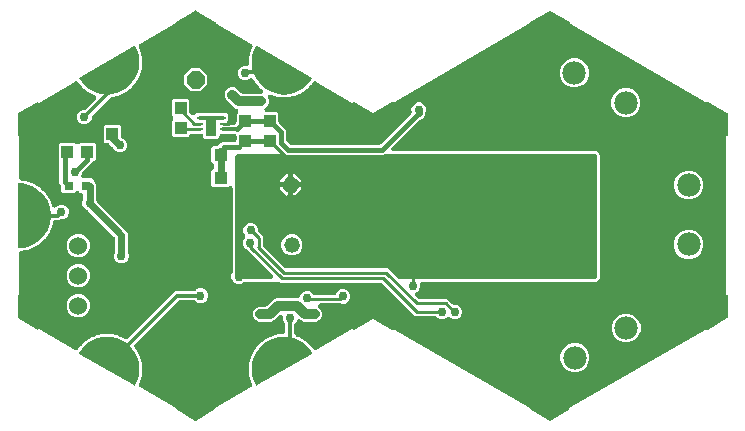
<source format=gbr>
G04 EAGLE Gerber RS-274X export*
G75*
%MOMM*%
%FSLAX34Y34*%
%LPD*%
%INTop Copper*%
%IPPOS*%
%AMOC8*
5,1,8,0,0,1.08239X$1,22.5*%
G01*
%ADD10R,0.800000X0.800000*%
%ADD11C,1.000000*%
%ADD12P,1.649562X8X22.500000*%
%ADD13R,1.000000X1.100000*%
%ADD14C,1.524000*%
%ADD15C,1.981200*%
%ADD16P,1.429621X8X113.700000*%
%ADD17C,1.320800*%
%ADD18R,0.500000X0.250000*%
%ADD19R,0.900000X1.600000*%
%ADD20R,1.100000X1.000000*%
%ADD21C,0.756400*%
%ADD22C,0.304800*%
%ADD23C,0.254000*%
%ADD24C,0.609600*%
%ADD25C,1.300000*%
%ADD26C,0.406400*%
%ADD27C,0.812800*%
%ADD28C,1.016000*%

G36*
X448447Y29511D02*
X448447Y29511D01*
X448524Y29510D01*
X448549Y29519D01*
X448569Y29520D01*
X448609Y29541D01*
X448680Y29567D01*
X465180Y39067D01*
X465202Y39086D01*
X465228Y39099D01*
X465262Y39137D01*
X465265Y39139D01*
X465268Y39143D01*
X465276Y39152D01*
X465329Y39199D01*
X465342Y39225D01*
X465361Y39247D01*
X465385Y39314D01*
X465415Y39378D01*
X465417Y39407D01*
X465426Y39434D01*
X465421Y39506D01*
X465425Y39577D01*
X465415Y39604D01*
X465413Y39633D01*
X465370Y39723D01*
X465355Y39763D01*
X465348Y39771D01*
X465342Y39784D01*
X464922Y40392D01*
X581183Y107514D01*
X581480Y106887D01*
X581497Y106864D01*
X581507Y106837D01*
X581556Y106785D01*
X581599Y106727D01*
X581624Y106713D01*
X581643Y106692D01*
X581709Y106663D01*
X581771Y106627D01*
X581799Y106624D01*
X581826Y106612D01*
X581897Y106611D01*
X581968Y106602D01*
X581996Y106610D01*
X582024Y106610D01*
X582119Y106645D01*
X582160Y106656D01*
X582168Y106663D01*
X582180Y106667D01*
X598680Y116167D01*
X598739Y116219D01*
X598801Y116265D01*
X598813Y116284D01*
X598829Y116299D01*
X598863Y116369D01*
X598903Y116436D01*
X598907Y116461D01*
X598915Y116478D01*
X598917Y116523D01*
X598931Y116600D01*
X598931Y135600D01*
X598925Y135628D01*
X598927Y135656D01*
X598905Y135724D01*
X598891Y135795D01*
X598875Y135818D01*
X598866Y135845D01*
X598819Y135900D01*
X598778Y135959D01*
X598755Y135974D01*
X598736Y135996D01*
X598671Y136027D01*
X598611Y136066D01*
X598583Y136071D01*
X598557Y136083D01*
X598456Y136092D01*
X598415Y136099D01*
X598405Y136097D01*
X598392Y136098D01*
X597677Y136041D01*
X597677Y270359D01*
X598392Y270302D01*
X598420Y270306D01*
X598448Y270301D01*
X598518Y270318D01*
X598589Y270326D01*
X598614Y270341D01*
X598641Y270347D01*
X598699Y270390D01*
X598761Y270426D01*
X598779Y270448D01*
X598801Y270465D01*
X598838Y270527D01*
X598881Y270584D01*
X598888Y270612D01*
X598903Y270636D01*
X598920Y270736D01*
X598930Y270777D01*
X598928Y270787D01*
X598931Y270800D01*
X598931Y289800D01*
X598915Y289876D01*
X598906Y289954D01*
X598895Y289973D01*
X598891Y289995D01*
X598847Y290059D01*
X598809Y290127D01*
X598790Y290143D01*
X598778Y290159D01*
X598741Y290183D01*
X598680Y290233D01*
X582180Y299733D01*
X582153Y299742D01*
X582130Y299758D01*
X582059Y299773D01*
X581992Y299796D01*
X581963Y299793D01*
X581935Y299799D01*
X581865Y299786D01*
X581794Y299780D01*
X581768Y299767D01*
X581740Y299761D01*
X581681Y299721D01*
X581617Y299688D01*
X581599Y299666D01*
X581575Y299650D01*
X581517Y299567D01*
X581491Y299535D01*
X581488Y299524D01*
X581480Y299514D01*
X581183Y298886D01*
X464922Y366008D01*
X465342Y366616D01*
X465354Y366643D01*
X465372Y366665D01*
X465392Y366734D01*
X465420Y366799D01*
X465420Y366828D01*
X465429Y366856D01*
X465421Y366927D01*
X465421Y366998D01*
X465410Y367025D01*
X465406Y367054D01*
X465371Y367116D01*
X465344Y367181D01*
X465323Y367202D01*
X465309Y367227D01*
X465232Y367290D01*
X465201Y367320D01*
X465191Y367324D01*
X465180Y367333D01*
X448680Y376833D01*
X448608Y376857D01*
X448537Y376888D01*
X448514Y376888D01*
X448492Y376896D01*
X448415Y376890D01*
X448338Y376891D01*
X448314Y376881D01*
X448294Y376880D01*
X448254Y376859D01*
X448182Y376833D01*
X431682Y367333D01*
X431661Y367314D01*
X431634Y367301D01*
X431587Y367248D01*
X431533Y367201D01*
X431521Y367175D01*
X431501Y367154D01*
X431478Y367086D01*
X431447Y367022D01*
X431446Y366993D01*
X431436Y366966D01*
X431441Y366894D01*
X431438Y366823D01*
X431448Y366796D01*
X431450Y366767D01*
X431492Y366677D01*
X431507Y366637D01*
X431515Y366629D01*
X431520Y366616D01*
X431940Y366008D01*
X315678Y298886D01*
X315383Y299513D01*
X315366Y299536D01*
X315355Y299563D01*
X315307Y299615D01*
X315264Y299672D01*
X315239Y299687D01*
X315219Y299708D01*
X315154Y299737D01*
X315093Y299772D01*
X315064Y299776D01*
X315037Y299788D01*
X314966Y299789D01*
X314895Y299798D01*
X314867Y299790D01*
X314838Y299791D01*
X314745Y299756D01*
X314704Y299744D01*
X314695Y299737D01*
X314682Y299733D01*
X298431Y290376D01*
X282180Y299733D01*
X282153Y299742D01*
X282129Y299759D01*
X282059Y299773D01*
X281992Y299796D01*
X281963Y299793D01*
X281934Y299799D01*
X281864Y299785D01*
X281794Y299780D01*
X281768Y299766D01*
X281739Y299761D01*
X281680Y299721D01*
X281617Y299688D01*
X281599Y299666D01*
X281574Y299649D01*
X281518Y299567D01*
X281491Y299535D01*
X281487Y299524D01*
X281480Y299513D01*
X281185Y298886D01*
X250453Y316628D01*
X250321Y316687D01*
X250193Y316754D01*
X250138Y316770D01*
X250086Y316794D01*
X249945Y316826D01*
X249806Y316866D01*
X249749Y316871D01*
X249694Y316884D01*
X249549Y316888D01*
X249405Y316900D01*
X249348Y316893D01*
X249291Y316895D01*
X249149Y316870D01*
X249005Y316853D01*
X248951Y316836D01*
X248895Y316826D01*
X248760Y316774D01*
X248622Y316729D01*
X248572Y316701D01*
X248519Y316681D01*
X248397Y316603D01*
X248271Y316531D01*
X248228Y316494D01*
X248180Y316464D01*
X248076Y316363D01*
X247966Y316269D01*
X247928Y316222D01*
X247907Y316202D01*
X247904Y316197D01*
X247890Y316184D01*
X247843Y316116D01*
X247758Y316010D01*
X247752Y316002D01*
X247716Y315936D01*
X247672Y315875D01*
X247665Y315860D01*
X247661Y315853D01*
X247628Y315777D01*
X247620Y315760D01*
X247560Y315648D01*
X247538Y315577D01*
X247507Y315508D01*
X247479Y315384D01*
X247446Y315280D01*
X246847Y314633D01*
X246806Y314580D01*
X246658Y314396D01*
X246158Y313662D01*
X246109Y313644D01*
X246003Y313577D01*
X245892Y313519D01*
X245833Y313471D01*
X245768Y313430D01*
X245648Y313320D01*
X245580Y313265D01*
X245557Y313237D01*
X245523Y313206D01*
X244934Y312570D01*
X244888Y312509D01*
X244834Y312454D01*
X244766Y312349D01*
X244691Y312249D01*
X244657Y312180D01*
X244616Y312116D01*
X244570Y312000D01*
X244522Y311899D01*
X243833Y311350D01*
X243784Y311302D01*
X243610Y311143D01*
X243007Y310492D01*
X242956Y310481D01*
X242841Y310431D01*
X242723Y310390D01*
X242657Y310351D01*
X242587Y310320D01*
X242451Y310229D01*
X242376Y310185D01*
X242350Y310161D01*
X242311Y310135D01*
X241634Y309595D01*
X241579Y309541D01*
X241518Y309495D01*
X241435Y309401D01*
X241346Y309314D01*
X241303Y309251D01*
X241252Y309193D01*
X241189Y309084D01*
X241126Y308993D01*
X240363Y308552D01*
X240309Y308513D01*
X240112Y308381D01*
X239419Y307827D01*
X239367Y307824D01*
X239246Y307792D01*
X239123Y307768D01*
X239052Y307740D01*
X238978Y307720D01*
X238830Y307650D01*
X238749Y307617D01*
X238719Y307598D01*
X238678Y307578D01*
X237927Y307144D01*
X237875Y307107D01*
X237837Y307086D01*
X237830Y307081D01*
X237798Y307063D01*
X237702Y306982D01*
X237600Y306909D01*
X237548Y306853D01*
X237490Y306804D01*
X237411Y306706D01*
X237336Y306625D01*
X236515Y306302D01*
X236456Y306272D01*
X236242Y306170D01*
X235474Y305727D01*
X235422Y305731D01*
X235297Y305717D01*
X235172Y305713D01*
X235097Y305695D01*
X235021Y305686D01*
X234865Y305639D01*
X234780Y305619D01*
X234748Y305604D01*
X234704Y305591D01*
X233897Y305274D01*
X233829Y305239D01*
X233757Y305213D01*
X233650Y305147D01*
X233539Y305090D01*
X233495Y305055D01*
X233494Y305055D01*
X233488Y305050D01*
X233479Y305042D01*
X233413Y305002D01*
X233322Y304917D01*
X233234Y304848D01*
X232375Y304652D01*
X232311Y304630D01*
X232085Y304562D01*
X231259Y304238D01*
X231209Y304250D01*
X231083Y304255D01*
X230959Y304269D01*
X230883Y304262D01*
X230806Y304265D01*
X230645Y304242D01*
X230558Y304234D01*
X230523Y304224D01*
X230478Y304218D01*
X229633Y304025D01*
X229560Y304000D01*
X229485Y303985D01*
X229370Y303936D01*
X229251Y303897D01*
X229184Y303858D01*
X229114Y303828D01*
X229011Y303758D01*
X228914Y303702D01*
X228035Y303636D01*
X227969Y303625D01*
X227735Y303591D01*
X226870Y303393D01*
X226822Y303413D01*
X226699Y303436D01*
X226578Y303469D01*
X226501Y303474D01*
X226426Y303488D01*
X226263Y303489D01*
X226176Y303495D01*
X226141Y303490D01*
X226094Y303490D01*
X225230Y303425D01*
X225155Y303412D01*
X225078Y303408D01*
X224957Y303377D01*
X224833Y303355D01*
X224762Y303327D01*
X224688Y303308D01*
X224575Y303254D01*
X224471Y303214D01*
X223593Y303279D01*
X223525Y303277D01*
X223289Y303279D01*
X222404Y303212D01*
X222359Y303239D01*
X222241Y303281D01*
X222126Y303331D01*
X222052Y303347D01*
X221979Y303372D01*
X221818Y303398D01*
X221733Y303416D01*
X221697Y303417D01*
X221652Y303424D01*
X220787Y303488D01*
X220711Y303487D01*
X220634Y303494D01*
X220510Y303482D01*
X220385Y303478D01*
X220310Y303462D01*
X220234Y303454D01*
X220114Y303417D01*
X220005Y303392D01*
X219146Y303588D01*
X219080Y303596D01*
X218846Y303633D01*
X217961Y303699D01*
X217921Y303732D01*
X217810Y303791D01*
X217704Y303858D01*
X217632Y303885D01*
X217565Y303921D01*
X217409Y303970D01*
X217328Y304001D01*
X217292Y304007D01*
X217248Y304021D01*
X216403Y304213D01*
X216327Y304223D01*
X216253Y304242D01*
X216128Y304248D01*
X216004Y304263D01*
X215927Y304258D01*
X215851Y304262D01*
X215727Y304243D01*
X215616Y304235D01*
X214796Y304556D01*
X214731Y304575D01*
X214505Y304646D01*
X213646Y304842D01*
X213642Y304847D01*
X213625Y304859D01*
X213605Y304882D01*
X213505Y304956D01*
X213410Y305038D01*
X213357Y305068D01*
X213324Y305093D01*
X213308Y305101D01*
X213281Y305121D01*
X213135Y305193D01*
X213059Y305236D01*
X213025Y305247D01*
X212983Y305267D01*
X212317Y305528D01*
X212134Y305580D01*
X211950Y305634D01*
X211939Y305635D01*
X211929Y305637D01*
X211739Y305652D01*
X211549Y305668D01*
X211538Y305667D01*
X211528Y305668D01*
X211338Y305645D01*
X211148Y305623D01*
X211139Y305620D01*
X211128Y305619D01*
X210946Y305558D01*
X210765Y305500D01*
X210756Y305495D01*
X210746Y305492D01*
X210580Y305397D01*
X210414Y305304D01*
X210406Y305297D01*
X210397Y305292D01*
X210253Y305166D01*
X210108Y305042D01*
X210101Y305034D01*
X210094Y305027D01*
X209977Y304875D01*
X209860Y304725D01*
X209855Y304716D01*
X209849Y304707D01*
X209765Y304536D01*
X209679Y304365D01*
X209676Y304355D01*
X209671Y304346D01*
X209623Y304160D01*
X209573Y303977D01*
X209572Y303966D01*
X209569Y303956D01*
X209558Y303766D01*
X209545Y303575D01*
X209546Y303565D01*
X209546Y303554D01*
X209572Y303365D01*
X209597Y303176D01*
X209601Y303165D01*
X209602Y303156D01*
X209621Y303102D01*
X209699Y302860D01*
X210344Y301301D01*
X210344Y298774D01*
X209378Y296440D01*
X207329Y294392D01*
X207324Y294385D01*
X207317Y294379D01*
X207196Y294230D01*
X207074Y294080D01*
X207070Y294072D01*
X207064Y294065D01*
X206976Y293895D01*
X206886Y293725D01*
X206883Y293716D01*
X206879Y293708D01*
X206826Y293524D01*
X206771Y293339D01*
X206770Y293330D01*
X206768Y293321D01*
X206752Y293130D01*
X206734Y292938D01*
X206735Y292929D01*
X206735Y292920D01*
X206757Y292731D01*
X206778Y292537D01*
X206781Y292529D01*
X206782Y292520D01*
X206841Y292338D01*
X206899Y292154D01*
X206904Y292146D01*
X206906Y292137D01*
X207001Y291969D01*
X207094Y291801D01*
X207100Y291795D01*
X207104Y291787D01*
X207230Y291641D01*
X207355Y291494D01*
X207362Y291489D01*
X207367Y291482D01*
X207519Y291365D01*
X207671Y291245D01*
X207679Y291241D01*
X207686Y291235D01*
X207858Y291150D01*
X208030Y291062D01*
X208038Y291060D01*
X208046Y291056D01*
X208232Y291006D01*
X208417Y290954D01*
X208426Y290954D01*
X208435Y290951D01*
X208766Y290924D01*
X217085Y290924D01*
X218424Y289585D01*
X218424Y283031D01*
X218425Y283027D01*
X218425Y283025D01*
X218426Y283010D01*
X218427Y283004D01*
X218425Y282978D01*
X218447Y282804D01*
X218464Y282630D01*
X218472Y282605D01*
X218475Y282578D01*
X218531Y282413D01*
X218582Y282245D01*
X218595Y282222D01*
X218604Y282197D01*
X218691Y282045D01*
X218774Y281891D01*
X218791Y281871D01*
X218804Y281848D01*
X219019Y281595D01*
X224324Y276290D01*
X224981Y274703D01*
X224981Y267505D01*
X224984Y267478D01*
X224982Y267451D01*
X225004Y267277D01*
X225021Y267104D01*
X225029Y267079D01*
X225032Y267052D01*
X225088Y266886D01*
X225139Y266719D01*
X225152Y266696D01*
X225161Y266670D01*
X225248Y266519D01*
X225331Y266365D01*
X225348Y266345D01*
X225361Y266321D01*
X225576Y266068D01*
X227968Y263676D01*
X227989Y263659D01*
X228007Y263639D01*
X228144Y263532D01*
X228280Y263421D01*
X228303Y263409D01*
X228325Y263392D01*
X228482Y263314D01*
X228636Y263232D01*
X228661Y263225D01*
X228685Y263213D01*
X228855Y263167D01*
X229021Y263118D01*
X229048Y263115D01*
X229074Y263108D01*
X229405Y263081D01*
X303757Y263081D01*
X303784Y263084D01*
X303811Y263082D01*
X303984Y263104D01*
X304158Y263121D01*
X304183Y263129D01*
X304210Y263132D01*
X304376Y263188D01*
X304543Y263239D01*
X304566Y263252D01*
X304592Y263261D01*
X304743Y263348D01*
X304897Y263431D01*
X304917Y263448D01*
X304941Y263461D01*
X305194Y263676D01*
X330880Y289363D01*
X330894Y289380D01*
X330911Y289395D01*
X331022Y289536D01*
X331135Y289674D01*
X331146Y289694D01*
X331160Y289712D01*
X331240Y289872D01*
X331324Y290030D01*
X331330Y290051D01*
X331340Y290071D01*
X331388Y290245D01*
X331439Y290416D01*
X331441Y290438D01*
X331447Y290460D01*
X331459Y290638D01*
X331475Y290817D01*
X331473Y290839D01*
X331474Y290861D01*
X331451Y291038D01*
X331432Y291217D01*
X331425Y291239D01*
X331422Y291261D01*
X331321Y291577D01*
X331275Y291687D01*
X331275Y294101D01*
X332199Y296331D01*
X333906Y298039D01*
X336137Y298962D01*
X338551Y298962D01*
X340781Y298039D01*
X342489Y296331D01*
X343412Y294101D01*
X343412Y291687D01*
X342833Y290288D01*
X342824Y290258D01*
X342810Y290230D01*
X342766Y290066D01*
X342717Y289902D01*
X342714Y289871D01*
X342706Y289841D01*
X342678Y289511D01*
X342678Y288658D01*
X341866Y286697D01*
X340366Y285196D01*
X338286Y284335D01*
X338259Y284320D01*
X338229Y284310D01*
X338081Y284225D01*
X337931Y284145D01*
X337907Y284125D01*
X337880Y284109D01*
X337627Y283894D01*
X314725Y260993D01*
X314719Y260986D01*
X314713Y260980D01*
X314592Y260830D01*
X314470Y260681D01*
X314466Y260673D01*
X314460Y260666D01*
X314371Y260495D01*
X314281Y260325D01*
X314279Y260317D01*
X314275Y260309D01*
X314221Y260123D01*
X314167Y259939D01*
X314166Y259931D01*
X314163Y259922D01*
X314148Y259730D01*
X314130Y259538D01*
X314131Y259530D01*
X314131Y259521D01*
X314153Y259332D01*
X314174Y259138D01*
X314176Y259130D01*
X314177Y259121D01*
X314237Y258938D01*
X314295Y258754D01*
X314299Y258747D01*
X314302Y258738D01*
X314397Y258570D01*
X314490Y258402D01*
X314496Y258395D01*
X314500Y258387D01*
X314626Y258242D01*
X314750Y258095D01*
X314758Y258089D01*
X314763Y258083D01*
X314915Y257965D01*
X315066Y257845D01*
X315074Y257841D01*
X315081Y257836D01*
X315254Y257750D01*
X315425Y257663D01*
X315434Y257661D01*
X315442Y257657D01*
X315628Y257607D01*
X315813Y257555D01*
X315822Y257554D01*
X315831Y257552D01*
X316161Y257525D01*
X487428Y257525D01*
X489015Y256868D01*
X490230Y255653D01*
X490887Y254065D01*
X490887Y150747D01*
X490230Y149160D01*
X489015Y147945D01*
X487428Y147288D01*
X340681Y147288D01*
X340663Y147286D01*
X340646Y147287D01*
X340463Y147266D01*
X340281Y147248D01*
X340264Y147242D01*
X340246Y147240D01*
X340071Y147183D01*
X339896Y147129D01*
X339880Y147121D01*
X339863Y147115D01*
X339703Y147025D01*
X339542Y146938D01*
X339528Y146926D01*
X339512Y146918D01*
X339373Y146797D01*
X339232Y146680D01*
X339221Y146666D01*
X339208Y146654D01*
X339095Y146509D01*
X338980Y146366D01*
X338972Y146350D01*
X338961Y146336D01*
X338879Y146171D01*
X338795Y146009D01*
X338790Y145992D01*
X338782Y145976D01*
X338734Y145798D01*
X338683Y145622D01*
X338682Y145604D01*
X338677Y145587D01*
X338650Y145256D01*
X338650Y142462D01*
X337726Y140231D01*
X336019Y138524D01*
X335508Y138312D01*
X335496Y138306D01*
X335484Y138302D01*
X335319Y138211D01*
X335153Y138122D01*
X335143Y138114D01*
X335131Y138107D01*
X334988Y137985D01*
X334843Y137866D01*
X334835Y137855D01*
X334824Y137847D01*
X334707Y137699D01*
X334589Y137553D01*
X334583Y137541D01*
X334575Y137531D01*
X334490Y137363D01*
X334402Y137197D01*
X334398Y137184D01*
X334392Y137172D01*
X334342Y136991D01*
X334289Y136810D01*
X334288Y136797D01*
X334284Y136784D01*
X334271Y136596D01*
X334254Y136409D01*
X334256Y136396D01*
X334255Y136382D01*
X334279Y136195D01*
X334300Y136009D01*
X334304Y135996D01*
X334305Y135983D01*
X334365Y135804D01*
X334423Y135626D01*
X334429Y135614D01*
X334434Y135601D01*
X334527Y135439D01*
X334619Y135274D01*
X334628Y135264D01*
X334635Y135252D01*
X334849Y134999D01*
X336786Y133062D01*
X336807Y133045D01*
X336825Y133025D01*
X336962Y132918D01*
X337098Y132807D01*
X337122Y132795D01*
X337143Y132778D01*
X337299Y132701D01*
X337454Y132619D01*
X337479Y132611D01*
X337503Y132599D01*
X337672Y132554D01*
X337839Y132504D01*
X337866Y132502D01*
X337892Y132495D01*
X338223Y132467D01*
X361700Y132467D01*
X365931Y128236D01*
X365952Y128219D01*
X365970Y128199D01*
X366107Y128092D01*
X366243Y127981D01*
X366266Y127969D01*
X366288Y127952D01*
X366445Y127874D01*
X366599Y127793D01*
X366624Y127785D01*
X366648Y127773D01*
X366818Y127728D01*
X366984Y127678D01*
X367011Y127676D01*
X367037Y127669D01*
X367368Y127641D01*
X369507Y127641D01*
X371738Y126718D01*
X373445Y125010D01*
X374369Y122780D01*
X374369Y120366D01*
X373445Y118135D01*
X371738Y116428D01*
X369507Y115504D01*
X367093Y115504D01*
X364862Y116428D01*
X364180Y117110D01*
X364166Y117122D01*
X364155Y117135D01*
X364010Y117249D01*
X363869Y117365D01*
X363853Y117374D01*
X363839Y117385D01*
X363674Y117468D01*
X363513Y117554D01*
X363496Y117559D01*
X363480Y117567D01*
X363303Y117616D01*
X363127Y117669D01*
X363109Y117670D01*
X363092Y117675D01*
X362909Y117688D01*
X362726Y117705D01*
X362708Y117703D01*
X362690Y117704D01*
X362509Y117682D01*
X362326Y117662D01*
X362309Y117656D01*
X362291Y117654D01*
X362118Y117596D01*
X361942Y117540D01*
X361926Y117532D01*
X361909Y117526D01*
X361750Y117434D01*
X361590Y117345D01*
X361576Y117334D01*
X361560Y117325D01*
X361307Y117110D01*
X360625Y116428D01*
X358395Y115504D01*
X355980Y115504D01*
X353750Y116428D01*
X352757Y117421D01*
X352736Y117438D01*
X352719Y117458D01*
X352581Y117565D01*
X352445Y117676D01*
X352422Y117689D01*
X352400Y117705D01*
X352243Y117783D01*
X352089Y117865D01*
X352064Y117872D01*
X352040Y117884D01*
X351870Y117930D01*
X351704Y117980D01*
X351677Y117982D01*
X351651Y117989D01*
X351320Y118016D01*
X334154Y118016D01*
X306303Y145867D01*
X306282Y145884D01*
X306265Y145904D01*
X306127Y146011D01*
X305991Y146122D01*
X305968Y146135D01*
X305947Y146151D01*
X305790Y146229D01*
X305636Y146311D01*
X305610Y146318D01*
X305586Y146330D01*
X305417Y146376D01*
X305250Y146426D01*
X305223Y146428D01*
X305197Y146435D01*
X304867Y146462D01*
X219983Y146462D01*
X219752Y146693D01*
X219732Y146710D01*
X219714Y146730D01*
X219577Y146837D01*
X219441Y146948D01*
X219417Y146960D01*
X219396Y146977D01*
X219240Y147054D01*
X219085Y147136D01*
X219060Y147144D01*
X219036Y147156D01*
X218867Y147201D01*
X218699Y147251D01*
X218673Y147253D01*
X218647Y147260D01*
X218316Y147288D01*
X190049Y147288D01*
X190022Y147285D01*
X189996Y147287D01*
X189822Y147265D01*
X189648Y147248D01*
X189623Y147240D01*
X189596Y147236D01*
X189430Y147181D01*
X189263Y147129D01*
X189240Y147117D01*
X189214Y147108D01*
X189063Y147021D01*
X188909Y146938D01*
X188889Y146921D01*
X188866Y146907D01*
X188613Y146693D01*
X188381Y146461D01*
X186151Y145538D01*
X183737Y145538D01*
X181506Y146461D01*
X179799Y148169D01*
X178875Y150399D01*
X178875Y152813D01*
X179677Y154749D01*
X179686Y154779D01*
X179700Y154807D01*
X179744Y154971D01*
X179793Y155134D01*
X179796Y155165D01*
X179804Y155195D01*
X179831Y155526D01*
X179831Y226512D01*
X179830Y226521D01*
X179831Y226530D01*
X179810Y226722D01*
X179791Y226913D01*
X179789Y226921D01*
X179788Y226930D01*
X179730Y227114D01*
X179673Y227298D01*
X179669Y227306D01*
X179666Y227314D01*
X179573Y227483D01*
X179481Y227652D01*
X179476Y227659D01*
X179471Y227666D01*
X179346Y227814D01*
X179224Y227961D01*
X179217Y227967D01*
X179211Y227973D01*
X179059Y228093D01*
X178910Y228213D01*
X178902Y228217D01*
X178895Y228223D01*
X178722Y228311D01*
X178553Y228399D01*
X178544Y228401D01*
X178536Y228405D01*
X178351Y228457D01*
X178166Y228510D01*
X178157Y228511D01*
X178148Y228513D01*
X177956Y228528D01*
X177764Y228543D01*
X177756Y228542D01*
X177747Y228543D01*
X177555Y228519D01*
X177365Y228496D01*
X177356Y228493D01*
X177347Y228492D01*
X177165Y228431D01*
X176982Y228371D01*
X176974Y228367D01*
X176966Y228364D01*
X176798Y228268D01*
X176631Y228174D01*
X176624Y228168D01*
X176617Y228163D01*
X176364Y227949D01*
X176078Y227663D01*
X163184Y227663D01*
X161845Y229003D01*
X161845Y240897D01*
X163702Y242754D01*
X163719Y242775D01*
X163739Y242792D01*
X163846Y242930D01*
X163957Y243066D01*
X163969Y243089D01*
X163986Y243111D01*
X164063Y243267D01*
X164145Y243421D01*
X164153Y243447D01*
X164165Y243471D01*
X164210Y243640D01*
X164260Y243807D01*
X164262Y243834D01*
X164269Y243860D01*
X164297Y244191D01*
X164297Y245553D01*
X164294Y245580D01*
X164296Y245607D01*
X164274Y245781D01*
X164257Y245954D01*
X164249Y245979D01*
X164245Y246006D01*
X164190Y246172D01*
X164138Y246339D01*
X164126Y246362D01*
X164117Y246388D01*
X164030Y246539D01*
X163947Y246693D01*
X163930Y246713D01*
X163916Y246737D01*
X163702Y246990D01*
X161845Y248847D01*
X161845Y260741D01*
X163184Y262080D01*
X166237Y262080D01*
X166268Y262084D01*
X166299Y262081D01*
X166468Y262104D01*
X166637Y262120D01*
X166667Y262130D01*
X166698Y262134D01*
X167014Y262235D01*
X167452Y262417D01*
X167476Y262429D01*
X167502Y262438D01*
X167654Y262524D01*
X167807Y262607D01*
X167828Y262624D01*
X167851Y262637D01*
X167983Y262752D01*
X168118Y262863D01*
X168135Y262884D01*
X168155Y262902D01*
X168262Y263041D01*
X168371Y263176D01*
X168384Y263200D01*
X168400Y263221D01*
X168552Y263516D01*
X168583Y263590D01*
X169797Y264805D01*
X171385Y265462D01*
X181182Y265462D01*
X181200Y265464D01*
X181218Y265463D01*
X181400Y265484D01*
X181583Y265502D01*
X181600Y265508D01*
X181617Y265510D01*
X181792Y265567D01*
X181968Y265621D01*
X181983Y265629D01*
X182000Y265635D01*
X182160Y265725D01*
X182322Y265812D01*
X182335Y265824D01*
X182351Y265832D01*
X182490Y265953D01*
X182631Y266070D01*
X182642Y266084D01*
X182656Y266096D01*
X182768Y266240D01*
X182883Y266384D01*
X182891Y266400D01*
X182902Y266414D01*
X182984Y266579D01*
X183069Y266741D01*
X183074Y266758D01*
X183082Y266774D01*
X183129Y266952D01*
X183180Y267128D01*
X183182Y267146D01*
X183186Y267163D01*
X183213Y267494D01*
X183213Y270180D01*
X183211Y270203D01*
X183213Y270225D01*
X183191Y270402D01*
X183173Y270581D01*
X183167Y270602D01*
X183164Y270624D01*
X183108Y270795D01*
X183055Y270966D01*
X183045Y270985D01*
X183038Y271007D01*
X182949Y271163D01*
X182863Y271320D01*
X182849Y271337D01*
X182838Y271356D01*
X182720Y271492D01*
X182606Y271629D01*
X182588Y271643D01*
X182574Y271660D01*
X182432Y271769D01*
X182292Y271881D01*
X182272Y271892D01*
X182254Y271905D01*
X181959Y272057D01*
X181756Y272141D01*
X181727Y272150D01*
X181699Y272164D01*
X181534Y272208D01*
X181371Y272257D01*
X181340Y272260D01*
X181310Y272268D01*
X180979Y272295D01*
X170743Y272295D01*
X170725Y272294D01*
X170707Y272295D01*
X170525Y272274D01*
X170342Y272256D01*
X170325Y272250D01*
X170308Y272248D01*
X170133Y272191D01*
X169957Y272137D01*
X169942Y272129D01*
X169925Y272123D01*
X169765Y272033D01*
X169603Y271946D01*
X169590Y271934D01*
X169574Y271926D01*
X169435Y271805D01*
X169294Y271688D01*
X169283Y271674D01*
X169269Y271662D01*
X169157Y271517D01*
X169042Y271374D01*
X169034Y271358D01*
X169023Y271344D01*
X168941Y271179D01*
X168856Y271017D01*
X168851Y271000D01*
X168843Y270984D01*
X168795Y270805D01*
X168745Y270630D01*
X168743Y270612D01*
X168739Y270595D01*
X168712Y270264D01*
X168712Y269659D01*
X167372Y268320D01*
X156478Y268320D01*
X155138Y269659D01*
X155138Y270518D01*
X155136Y270536D01*
X155138Y270554D01*
X155117Y270736D01*
X155098Y270919D01*
X155093Y270936D01*
X155091Y270954D01*
X155034Y271128D01*
X154980Y271304D01*
X154972Y271319D01*
X154966Y271336D01*
X154876Y271497D01*
X154788Y271658D01*
X154777Y271671D01*
X154768Y271687D01*
X154648Y271826D01*
X154531Y271967D01*
X154517Y271978D01*
X154505Y271992D01*
X154360Y272104D01*
X154217Y272219D01*
X154201Y272228D01*
X154187Y272239D01*
X154022Y272321D01*
X153860Y272405D01*
X153843Y272410D01*
X153827Y272418D01*
X153648Y272466D01*
X153473Y272516D01*
X153455Y272518D01*
X153438Y272522D01*
X153107Y272549D01*
X145049Y272549D01*
X145031Y272548D01*
X145014Y272549D01*
X144831Y272528D01*
X144649Y272510D01*
X144632Y272504D01*
X144614Y272502D01*
X144439Y272445D01*
X144264Y272391D01*
X144248Y272383D01*
X144231Y272377D01*
X144071Y272287D01*
X143910Y272200D01*
X143896Y272188D01*
X143880Y272180D01*
X143741Y272059D01*
X143600Y271942D01*
X143589Y271928D01*
X143576Y271916D01*
X143463Y271771D01*
X143348Y271628D01*
X143340Y271612D01*
X143329Y271598D01*
X143247Y271433D01*
X143163Y271271D01*
X143158Y271254D01*
X143150Y271238D01*
X143102Y271060D01*
X143051Y270884D01*
X143050Y270866D01*
X143045Y270849D01*
X143043Y270828D01*
X141678Y269463D01*
X129784Y269463D01*
X128445Y270803D01*
X128445Y283697D01*
X129061Y284314D01*
X129072Y284327D01*
X129086Y284339D01*
X129200Y284483D01*
X129316Y284625D01*
X129324Y284641D01*
X129336Y284655D01*
X129419Y284819D01*
X129505Y284981D01*
X129510Y284998D01*
X129518Y285014D01*
X129567Y285191D01*
X129619Y285367D01*
X129621Y285385D01*
X129626Y285402D01*
X129639Y285585D01*
X129656Y285768D01*
X129654Y285786D01*
X129655Y285803D01*
X129632Y285985D01*
X129612Y286168D01*
X129607Y286185D01*
X129605Y286203D01*
X129547Y286376D01*
X129491Y286552D01*
X129482Y286568D01*
X129477Y286584D01*
X129385Y286743D01*
X129296Y286904D01*
X129285Y286918D01*
X129276Y286933D01*
X129061Y287186D01*
X128445Y287803D01*
X128445Y300697D01*
X129784Y302037D01*
X141678Y302037D01*
X143018Y300697D01*
X143018Y291478D01*
X143021Y291452D01*
X143019Y291425D01*
X143041Y291251D01*
X143058Y291078D01*
X143066Y291052D01*
X143069Y291026D01*
X143125Y290860D01*
X143176Y290693D01*
X143189Y290669D01*
X143197Y290644D01*
X143285Y290492D01*
X143368Y290339D01*
X143385Y290318D01*
X143398Y290295D01*
X143613Y290042D01*
X145059Y288596D01*
X145072Y288585D01*
X145084Y288571D01*
X145228Y288458D01*
X145370Y288341D01*
X145386Y288333D01*
X145400Y288322D01*
X145564Y288238D01*
X145726Y288153D01*
X145743Y288148D01*
X145759Y288140D01*
X145936Y288090D01*
X146112Y288038D01*
X146129Y288036D01*
X146147Y288032D01*
X146330Y288018D01*
X146513Y288002D01*
X146530Y288003D01*
X146548Y288002D01*
X146730Y288025D01*
X146913Y288045D01*
X146930Y288050D01*
X146948Y288053D01*
X147121Y288111D01*
X147297Y288166D01*
X147312Y288175D01*
X147329Y288181D01*
X147489Y288273D01*
X147649Y288361D01*
X147663Y288373D01*
X147678Y288382D01*
X147931Y288596D01*
X148978Y289643D01*
X149731Y289643D01*
X149758Y289646D01*
X149785Y289644D01*
X149959Y289666D01*
X150132Y289683D01*
X150157Y289691D01*
X150184Y289694D01*
X150350Y289750D01*
X150517Y289801D01*
X150540Y289814D01*
X150566Y289822D01*
X150718Y289910D01*
X150731Y289917D01*
X173113Y289917D01*
X173195Y289876D01*
X173350Y289794D01*
X173375Y289787D01*
X173399Y289775D01*
X173568Y289729D01*
X173735Y289679D01*
X173762Y289677D01*
X173788Y289670D01*
X174119Y289643D01*
X174872Y289643D01*
X176212Y288303D01*
X176212Y283909D01*
X175687Y283385D01*
X175681Y283378D01*
X175675Y283372D01*
X175555Y283223D01*
X175432Y283073D01*
X175428Y283065D01*
X175422Y283058D01*
X175334Y282888D01*
X175243Y282717D01*
X175241Y282709D01*
X175237Y282701D01*
X175184Y282517D01*
X175129Y282331D01*
X175128Y282323D01*
X175125Y282314D01*
X175110Y282123D01*
X175092Y281930D01*
X175093Y281921D01*
X175093Y281913D01*
X175115Y281723D01*
X175136Y281530D01*
X175138Y281522D01*
X175139Y281513D01*
X175199Y281330D01*
X175257Y281146D01*
X175262Y281138D01*
X175264Y281130D01*
X175359Y280963D01*
X175452Y280794D01*
X175458Y280787D01*
X175462Y280779D01*
X175587Y280635D01*
X175713Y280487D01*
X175720Y280481D01*
X175725Y280475D01*
X175877Y280357D01*
X176028Y280237D01*
X176036Y280233D01*
X176043Y280228D01*
X176215Y280142D01*
X176387Y280055D01*
X176396Y280053D01*
X176404Y280049D01*
X176590Y279999D01*
X176775Y279947D01*
X176784Y279946D01*
X176793Y279944D01*
X177123Y279917D01*
X180330Y279917D01*
X180357Y279920D01*
X180384Y279918D01*
X180558Y279940D01*
X180731Y279957D01*
X180757Y279965D01*
X180783Y279968D01*
X180949Y280024D01*
X181116Y280075D01*
X181140Y280088D01*
X181165Y280096D01*
X181317Y280184D01*
X181470Y280267D01*
X181490Y280284D01*
X181514Y280297D01*
X181767Y280512D01*
X182618Y281363D01*
X182635Y281384D01*
X182656Y281402D01*
X182763Y281540D01*
X182873Y281675D01*
X182886Y281699D01*
X182902Y281720D01*
X182980Y281877D01*
X183062Y282031D01*
X183070Y282056D01*
X183082Y282080D01*
X183127Y282250D01*
X183177Y282417D01*
X183179Y282443D01*
X183186Y282469D01*
X183213Y282800D01*
X183213Y289585D01*
X184101Y290473D01*
X184110Y290483D01*
X184120Y290492D01*
X184238Y290640D01*
X184356Y290784D01*
X184362Y290796D01*
X184371Y290806D01*
X184457Y290974D01*
X184545Y291140D01*
X184549Y291153D01*
X184555Y291164D01*
X184606Y291345D01*
X184660Y291526D01*
X184661Y291539D01*
X184664Y291552D01*
X184679Y291738D01*
X184696Y291927D01*
X184695Y291940D01*
X184696Y291953D01*
X184673Y292139D01*
X184653Y292327D01*
X184649Y292340D01*
X184647Y292353D01*
X184588Y292532D01*
X184531Y292711D01*
X184525Y292722D01*
X184520Y292735D01*
X184427Y292898D01*
X184336Y293063D01*
X184328Y293073D01*
X184321Y293085D01*
X184198Y293226D01*
X184076Y293370D01*
X184065Y293378D01*
X184056Y293388D01*
X183908Y293503D01*
X183760Y293620D01*
X183748Y293626D01*
X183737Y293634D01*
X183442Y293785D01*
X181346Y294654D01*
X174004Y301996D01*
X173037Y304331D01*
X173037Y306857D01*
X174004Y309191D01*
X175790Y310978D01*
X178124Y311944D01*
X180651Y311944D01*
X182985Y310978D01*
X186979Y306983D01*
X187000Y306966D01*
X187018Y306946D01*
X187155Y306839D01*
X187291Y306728D01*
X187315Y306716D01*
X187336Y306699D01*
X187493Y306621D01*
X187647Y306539D01*
X187672Y306532D01*
X187696Y306520D01*
X187866Y306474D01*
X188032Y306425D01*
X188059Y306422D01*
X188085Y306415D01*
X188416Y306388D01*
X203445Y306388D01*
X203567Y306400D01*
X203690Y306403D01*
X203767Y306420D01*
X203845Y306428D01*
X203963Y306464D01*
X204083Y306491D01*
X204155Y306523D01*
X204230Y306546D01*
X204338Y306605D01*
X204451Y306655D01*
X204515Y306701D01*
X204584Y306738D01*
X204679Y306817D01*
X204779Y306888D01*
X204833Y306945D01*
X204893Y306996D01*
X204971Y307092D01*
X205055Y307181D01*
X205096Y307248D01*
X205146Y307310D01*
X205202Y307419D01*
X205267Y307523D01*
X205295Y307597D01*
X205331Y307667D01*
X205365Y307785D01*
X205408Y307901D01*
X205421Y307978D01*
X205443Y308054D01*
X205453Y308176D01*
X205472Y308298D01*
X205469Y308377D01*
X205475Y308455D01*
X205461Y308577D01*
X205456Y308700D01*
X205438Y308777D01*
X205429Y308855D01*
X205390Y308972D01*
X205361Y309092D01*
X205328Y309163D01*
X205304Y309238D01*
X205243Y309345D01*
X205191Y309456D01*
X205145Y309520D01*
X205106Y309588D01*
X205025Y309681D01*
X204952Y309781D01*
X204885Y309844D01*
X204843Y309893D01*
X204786Y309937D01*
X204711Y310008D01*
X204566Y310123D01*
X204502Y310165D01*
X204443Y310214D01*
X204333Y310274D01*
X204228Y310342D01*
X204157Y310370D01*
X204089Y310406D01*
X203970Y310443D01*
X203866Y310484D01*
X203266Y311130D01*
X203216Y311175D01*
X203043Y311336D01*
X202350Y311889D01*
X202335Y311939D01*
X202276Y312050D01*
X202226Y312165D01*
X202183Y312228D01*
X202147Y312296D01*
X202046Y312424D01*
X201996Y312495D01*
X201970Y312520D01*
X201942Y312556D01*
X201352Y313192D01*
X201295Y313242D01*
X201244Y313300D01*
X201144Y313375D01*
X201050Y313458D01*
X200984Y313496D01*
X200923Y313543D01*
X200810Y313597D01*
X200714Y313653D01*
X200217Y314381D01*
X200173Y314433D01*
X200028Y314618D01*
X199424Y315268D01*
X199417Y315320D01*
X199375Y315439D01*
X199343Y315559D01*
X199309Y315628D01*
X199284Y315700D01*
X199203Y315842D01*
X199165Y315920D01*
X199143Y315949D01*
X199120Y315989D01*
X198631Y316705D01*
X198618Y316721D01*
X198613Y316729D01*
X198578Y316770D01*
X198541Y316828D01*
X198453Y316917D01*
X198373Y317013D01*
X198357Y317026D01*
X198350Y317034D01*
X198306Y317068D01*
X198259Y317116D01*
X198156Y317187D01*
X198069Y317256D01*
X197686Y318050D01*
X197651Y318107D01*
X197534Y318313D01*
X197298Y318660D01*
X197294Y318664D01*
X197291Y318669D01*
X197164Y318819D01*
X197039Y318968D01*
X197035Y318972D01*
X197031Y318976D01*
X196877Y319098D01*
X196724Y319219D01*
X196719Y319222D01*
X196715Y319226D01*
X196540Y319314D01*
X196367Y319404D01*
X196361Y319405D01*
X196356Y319408D01*
X196166Y319461D01*
X195979Y319514D01*
X195974Y319514D01*
X195968Y319516D01*
X195770Y319530D01*
X195578Y319546D01*
X195572Y319545D01*
X195567Y319545D01*
X195371Y319521D01*
X195178Y319497D01*
X195173Y319496D01*
X195167Y319495D01*
X194982Y319433D01*
X194796Y319371D01*
X194791Y319369D01*
X194785Y319367D01*
X194615Y319268D01*
X194446Y319172D01*
X194442Y319169D01*
X194437Y319166D01*
X194184Y318951D01*
X193938Y318705D01*
X191707Y317781D01*
X189293Y317781D01*
X187062Y318705D01*
X185355Y320412D01*
X184431Y322643D01*
X184431Y325057D01*
X185355Y327288D01*
X187062Y328995D01*
X189293Y329919D01*
X191487Y329919D01*
X191656Y329936D01*
X191826Y329947D01*
X191856Y329956D01*
X191888Y329959D01*
X192050Y330009D01*
X192214Y330053D01*
X192242Y330067D01*
X192273Y330077D01*
X192422Y330158D01*
X192574Y330234D01*
X192599Y330253D01*
X192627Y330269D01*
X192757Y330377D01*
X192891Y330482D01*
X192912Y330506D01*
X192936Y330526D01*
X193042Y330658D01*
X193153Y330788D01*
X193169Y330815D01*
X193188Y330840D01*
X193266Y330990D01*
X193350Y331139D01*
X193359Y331169D01*
X193374Y331197D01*
X193421Y331360D01*
X193473Y331522D01*
X193477Y331554D01*
X193485Y331584D01*
X193499Y331754D01*
X193502Y331775D01*
X193514Y331797D01*
X193540Y331869D01*
X193574Y331937D01*
X193606Y332058D01*
X193648Y332177D01*
X193658Y332252D01*
X193678Y332326D01*
X193691Y332489D01*
X193704Y332575D01*
X193701Y332611D01*
X193705Y332657D01*
X193705Y333524D01*
X193697Y333600D01*
X193699Y333677D01*
X193677Y333800D01*
X193665Y333924D01*
X193642Y333998D01*
X193629Y334073D01*
X193583Y334190D01*
X193551Y334296D01*
X193682Y335168D01*
X193685Y335235D01*
X193704Y335470D01*
X193704Y336358D01*
X193734Y336400D01*
X193784Y336515D01*
X193843Y336626D01*
X193865Y336699D01*
X193895Y336769D01*
X193933Y336928D01*
X193957Y337012D01*
X193961Y337048D01*
X193971Y337092D01*
X194100Y337950D01*
X194104Y338026D01*
X194117Y338101D01*
X194114Y338227D01*
X194120Y338352D01*
X194109Y338427D01*
X194107Y338504D01*
X194079Y338626D01*
X194063Y338736D01*
X194322Y339578D01*
X194335Y339644D01*
X194390Y339874D01*
X194522Y340752D01*
X194558Y340790D01*
X194624Y340896D01*
X194699Y340997D01*
X194731Y341066D01*
X194772Y341131D01*
X194833Y341282D01*
X194870Y341361D01*
X194878Y341396D01*
X194895Y341439D01*
X195151Y342267D01*
X195166Y342342D01*
X195190Y342415D01*
X195205Y342539D01*
X195230Y342662D01*
X195230Y342738D01*
X195240Y342814D01*
X195231Y342939D01*
X195231Y343051D01*
X195613Y343845D01*
X195636Y343908D01*
X195724Y344127D01*
X195985Y344975D01*
X196027Y345008D01*
X196108Y345102D01*
X196197Y345191D01*
X196239Y345255D01*
X196290Y345313D01*
X196371Y345453D01*
X196420Y345526D01*
X196434Y345559D01*
X196457Y345600D01*
X196470Y345626D01*
X196519Y345760D01*
X196575Y345891D01*
X196587Y345949D01*
X196608Y346004D01*
X196629Y346145D01*
X196658Y346285D01*
X196659Y346344D01*
X196668Y346402D01*
X196661Y346545D01*
X196662Y346687D01*
X196651Y346746D01*
X196648Y346805D01*
X196613Y346943D01*
X196587Y347083D01*
X196564Y347138D01*
X196550Y347195D01*
X196488Y347324D01*
X196435Y347456D01*
X196402Y347505D01*
X196376Y347558D01*
X196291Y347672D01*
X196212Y347791D01*
X196170Y347833D01*
X196135Y347880D01*
X196028Y347975D01*
X195928Y348076D01*
X195872Y348115D01*
X195834Y348148D01*
X195763Y348190D01*
X195655Y348265D01*
X164922Y366008D01*
X165342Y366616D01*
X165354Y366643D01*
X165372Y366665D01*
X165392Y366734D01*
X165420Y366799D01*
X165420Y366828D01*
X165429Y366856D01*
X165421Y366927D01*
X165421Y366998D01*
X165410Y367025D01*
X165406Y367054D01*
X165371Y367116D01*
X165344Y367181D01*
X165323Y367202D01*
X165309Y367227D01*
X165232Y367290D01*
X165201Y367320D01*
X165191Y367324D01*
X165180Y367333D01*
X148680Y376833D01*
X148608Y376857D01*
X148537Y376888D01*
X148514Y376888D01*
X148492Y376896D01*
X148415Y376890D01*
X148338Y376891D01*
X148314Y376881D01*
X148294Y376880D01*
X148254Y376859D01*
X148182Y376833D01*
X131682Y367333D01*
X131661Y367314D01*
X131634Y367301D01*
X131587Y367248D01*
X131533Y367201D01*
X131521Y367175D01*
X131501Y367154D01*
X131478Y367086D01*
X131447Y367022D01*
X131446Y366993D01*
X131436Y366966D01*
X131441Y366894D01*
X131438Y366823D01*
X131448Y366796D01*
X131450Y366767D01*
X131492Y366677D01*
X131507Y366637D01*
X131515Y366629D01*
X131520Y366616D01*
X131940Y366008D01*
X101208Y348265D01*
X101092Y348182D01*
X100972Y348105D01*
X100929Y348064D01*
X100881Y348030D01*
X100784Y347926D01*
X100681Y347827D01*
X100647Y347779D01*
X100606Y347735D01*
X100532Y347614D01*
X100450Y347497D01*
X100427Y347443D01*
X100396Y347392D01*
X100347Y347258D01*
X100290Y347128D01*
X100277Y347070D01*
X100257Y347014D01*
X100235Y346874D01*
X100205Y346734D01*
X100204Y346675D01*
X100195Y346616D01*
X100201Y346474D01*
X100200Y346332D01*
X100210Y346273D01*
X100213Y346214D01*
X100247Y346076D01*
X100274Y345936D01*
X100298Y345873D01*
X100310Y345823D01*
X100345Y345749D01*
X100392Y345626D01*
X100405Y345600D01*
X100445Y345534D01*
X100477Y345463D01*
X100550Y345362D01*
X100615Y345256D01*
X100667Y345199D01*
X100712Y345136D01*
X100803Y345052D01*
X100880Y344969D01*
X101139Y344127D01*
X101165Y344066D01*
X101250Y343845D01*
X101634Y343045D01*
X101626Y342994D01*
X101631Y342868D01*
X101626Y342743D01*
X101638Y342668D01*
X101640Y342591D01*
X101676Y342432D01*
X101690Y342346D01*
X101702Y342312D01*
X101712Y342267D01*
X101967Y341439D01*
X101997Y341368D01*
X102018Y341294D01*
X102075Y341183D01*
X102123Y341068D01*
X102166Y341004D01*
X102201Y340936D01*
X102279Y340838D01*
X102342Y340746D01*
X102473Y339874D01*
X102489Y339810D01*
X102540Y339578D01*
X102802Y338730D01*
X102786Y338681D01*
X102771Y338556D01*
X102748Y338433D01*
X102749Y338357D01*
X102740Y338281D01*
X102751Y338118D01*
X102752Y338031D01*
X102759Y337996D01*
X102762Y337950D01*
X102891Y337092D01*
X102910Y337018D01*
X102920Y336942D01*
X102960Y336824D01*
X102990Y336702D01*
X103023Y336633D01*
X103048Y336561D01*
X103110Y336452D01*
X103158Y336352D01*
X103158Y335470D01*
X103165Y335403D01*
X103181Y335168D01*
X103313Y334290D01*
X103290Y334243D01*
X103257Y334123D01*
X103215Y334004D01*
X103205Y333928D01*
X103185Y333855D01*
X103171Y333692D01*
X103159Y333606D01*
X103161Y333570D01*
X103158Y333524D01*
X103157Y332657D01*
X103165Y332581D01*
X103163Y332504D01*
X103185Y332381D01*
X103197Y332256D01*
X103219Y332183D01*
X103233Y332108D01*
X103278Y331991D01*
X103311Y331885D01*
X103179Y331013D01*
X103176Y330946D01*
X103157Y330711D01*
X103156Y329823D01*
X103126Y329780D01*
X103076Y329666D01*
X103017Y329555D01*
X102996Y329482D01*
X102965Y329412D01*
X102927Y329253D01*
X102903Y329169D01*
X102899Y329133D01*
X102889Y329089D01*
X102759Y328232D01*
X102755Y328155D01*
X102742Y328080D01*
X102745Y327954D01*
X102739Y327829D01*
X102750Y327754D01*
X102752Y327677D01*
X102780Y327555D01*
X102796Y327445D01*
X102536Y326603D01*
X102523Y326537D01*
X102469Y326307D01*
X102336Y325430D01*
X102300Y325392D01*
X102233Y325286D01*
X102159Y325185D01*
X102126Y325116D01*
X102085Y325051D01*
X102025Y324900D01*
X101988Y324821D01*
X101979Y324786D01*
X101962Y324743D01*
X101706Y323915D01*
X101691Y323840D01*
X101667Y323767D01*
X101651Y323643D01*
X101626Y323520D01*
X101626Y323444D01*
X101616Y323368D01*
X101626Y323243D01*
X101625Y323131D01*
X101243Y322338D01*
X101220Y322274D01*
X101132Y322055D01*
X100870Y321207D01*
X100829Y321175D01*
X100747Y321080D01*
X100658Y320992D01*
X100616Y320928D01*
X100566Y320870D01*
X100483Y320730D01*
X100435Y320657D01*
X100421Y320624D01*
X100398Y320584D01*
X100021Y319803D01*
X99995Y319732D01*
X99960Y319663D01*
X99926Y319543D01*
X99883Y319425D01*
X99872Y319349D01*
X99851Y319276D01*
X99841Y319151D01*
X99825Y319041D01*
X99328Y318313D01*
X99296Y318253D01*
X99176Y318050D01*
X98792Y317254D01*
X98771Y317242D01*
X98761Y317234D01*
X98745Y317225D01*
X98650Y317143D01*
X98549Y317069D01*
X98504Y317020D01*
X98462Y316984D01*
X98455Y316976D01*
X98440Y316963D01*
X98337Y316836D01*
X98278Y316771D01*
X98260Y316741D01*
X98231Y316705D01*
X97743Y315989D01*
X97706Y315921D01*
X97661Y315859D01*
X97610Y315746D01*
X97550Y315635D01*
X97527Y315562D01*
X97496Y315493D01*
X97468Y315370D01*
X97434Y315264D01*
X96835Y314618D01*
X96794Y314565D01*
X96645Y314381D01*
X96145Y313648D01*
X96097Y313629D01*
X95990Y313563D01*
X95880Y313505D01*
X95820Y313456D01*
X95755Y313416D01*
X95635Y313305D01*
X95567Y313250D01*
X95545Y313223D01*
X95511Y313192D01*
X94921Y312556D01*
X94874Y312495D01*
X94821Y312441D01*
X94753Y312336D01*
X94677Y312236D01*
X94644Y312167D01*
X94603Y312103D01*
X94557Y311986D01*
X94508Y311886D01*
X93819Y311336D01*
X93771Y311290D01*
X93596Y311130D01*
X92993Y310480D01*
X92941Y310469D01*
X92827Y310419D01*
X92708Y310378D01*
X92643Y310339D01*
X92572Y310308D01*
X92437Y310217D01*
X92362Y310173D01*
X92335Y310149D01*
X92297Y310123D01*
X91619Y309583D01*
X91564Y309530D01*
X91503Y309483D01*
X91420Y309390D01*
X91330Y309302D01*
X91287Y309239D01*
X91237Y309182D01*
X91174Y309073D01*
X91111Y308981D01*
X90348Y308541D01*
X90293Y308502D01*
X90097Y308370D01*
X89403Y307817D01*
X89351Y307814D01*
X89229Y307781D01*
X89106Y307758D01*
X89036Y307730D01*
X88961Y307710D01*
X88814Y307640D01*
X88733Y307608D01*
X88703Y307588D01*
X88661Y307568D01*
X87911Y307135D01*
X87861Y307099D01*
X87836Y307086D01*
X87828Y307079D01*
X87781Y307054D01*
X87685Y306973D01*
X87584Y306900D01*
X87531Y306844D01*
X87473Y306795D01*
X87395Y306697D01*
X87319Y306616D01*
X86498Y306294D01*
X86438Y306263D01*
X86225Y306162D01*
X85456Y305719D01*
X85404Y305723D01*
X85280Y305710D01*
X85154Y305705D01*
X85080Y305687D01*
X85004Y305679D01*
X84848Y305632D01*
X84763Y305612D01*
X84730Y305597D01*
X84686Y305583D01*
X83879Y305267D01*
X83847Y305251D01*
X83833Y305246D01*
X83799Y305228D01*
X83739Y305206D01*
X83632Y305141D01*
X83521Y305084D01*
X83495Y305063D01*
X83479Y305055D01*
X83446Y305027D01*
X83395Y304996D01*
X83304Y304911D01*
X83216Y304842D01*
X82357Y304646D01*
X82293Y304624D01*
X82067Y304556D01*
X81241Y304232D01*
X81190Y304245D01*
X81065Y304250D01*
X80940Y304264D01*
X80864Y304257D01*
X80788Y304260D01*
X80626Y304237D01*
X80539Y304230D01*
X80505Y304220D01*
X80459Y304213D01*
X79614Y304021D01*
X79542Y303996D01*
X79467Y303981D01*
X79351Y303932D01*
X79232Y303893D01*
X79166Y303855D01*
X79095Y303825D01*
X78992Y303754D01*
X78895Y303699D01*
X78016Y303633D01*
X77950Y303622D01*
X77716Y303588D01*
X77041Y303434D01*
X77040Y303434D01*
X76851Y303371D01*
X76659Y303306D01*
X76658Y303306D01*
X76473Y303199D01*
X76310Y303106D01*
X76310Y303105D01*
X76309Y303105D01*
X76056Y302890D01*
X60984Y287818D01*
X60967Y287798D01*
X60947Y287780D01*
X60840Y287642D01*
X60729Y287507D01*
X60717Y287483D01*
X60700Y287462D01*
X60622Y287305D01*
X60540Y287151D01*
X60533Y287126D01*
X60521Y287101D01*
X60475Y286932D01*
X60426Y286765D01*
X60423Y286739D01*
X60416Y286713D01*
X60389Y286382D01*
X60389Y285337D01*
X59465Y283106D01*
X57758Y281399D01*
X55528Y280475D01*
X53113Y280475D01*
X50883Y281399D01*
X49176Y283106D01*
X48252Y285337D01*
X48252Y287751D01*
X49176Y289981D01*
X50883Y291689D01*
X53113Y292612D01*
X54159Y292612D01*
X54185Y292615D01*
X54212Y292613D01*
X54386Y292635D01*
X54559Y292652D01*
X54585Y292660D01*
X54611Y292664D01*
X54777Y292719D01*
X54944Y292771D01*
X54968Y292783D01*
X54993Y292792D01*
X55144Y292879D01*
X55298Y292962D01*
X55319Y292979D01*
X55342Y292993D01*
X55595Y293207D01*
X63967Y301579D01*
X64083Y301721D01*
X64202Y301861D01*
X64210Y301877D01*
X64222Y301890D01*
X64308Y302053D01*
X64397Y302214D01*
X64402Y302230D01*
X64410Y302246D01*
X64463Y302422D01*
X64518Y302597D01*
X64520Y302615D01*
X64525Y302632D01*
X64542Y302815D01*
X64561Y302998D01*
X64560Y303015D01*
X64561Y303033D01*
X64541Y303217D01*
X64525Y303399D01*
X64520Y303416D01*
X64518Y303433D01*
X64462Y303609D01*
X64410Y303785D01*
X64402Y303800D01*
X64396Y303817D01*
X64308Y303978D01*
X64221Y304140D01*
X64210Y304154D01*
X64202Y304169D01*
X64083Y304309D01*
X63966Y304452D01*
X63953Y304463D01*
X63941Y304476D01*
X63920Y304493D01*
X63913Y304502D01*
X63890Y304542D01*
X63874Y304561D01*
X63857Y304589D01*
X63773Y304682D01*
X63696Y304781D01*
X63647Y304824D01*
X63627Y304847D01*
X63618Y304854D01*
X63587Y304888D01*
X63486Y304963D01*
X63392Y305044D01*
X63325Y305082D01*
X63264Y305128D01*
X63117Y305199D01*
X63041Y305242D01*
X63007Y305253D01*
X62966Y305274D01*
X62159Y305591D01*
X62085Y305611D01*
X62015Y305641D01*
X61892Y305666D01*
X61771Y305700D01*
X61695Y305706D01*
X61620Y305721D01*
X61495Y305721D01*
X61384Y305730D01*
X60621Y306170D01*
X60560Y306198D01*
X60347Y306302D01*
X59521Y306627D01*
X59492Y306670D01*
X59404Y306759D01*
X59322Y306854D01*
X59262Y306901D01*
X59208Y306955D01*
X59074Y307048D01*
X59005Y307102D01*
X58978Y307116D01*
X58966Y307125D01*
X58956Y307130D01*
X58935Y307144D01*
X58185Y307578D01*
X58115Y307609D01*
X58050Y307649D01*
X57932Y307692D01*
X57818Y307744D01*
X57743Y307761D01*
X57671Y307787D01*
X57548Y307806D01*
X57439Y307831D01*
X56750Y308381D01*
X56693Y308417D01*
X56499Y308552D01*
X55731Y308996D01*
X55709Y309043D01*
X55635Y309144D01*
X55568Y309250D01*
X55516Y309306D01*
X55470Y309367D01*
X55351Y309479D01*
X55291Y309543D01*
X55262Y309563D01*
X55229Y309595D01*
X54551Y310135D01*
X54487Y310177D01*
X54428Y310226D01*
X54318Y310286D01*
X54213Y310354D01*
X54142Y310382D01*
X54075Y310419D01*
X53955Y310456D01*
X53851Y310497D01*
X53252Y311143D01*
X53202Y311187D01*
X53030Y311350D01*
X52336Y311903D01*
X52321Y311953D01*
X52263Y312064D01*
X52213Y312179D01*
X52169Y312242D01*
X52134Y312309D01*
X52033Y312438D01*
X51983Y312509D01*
X51957Y312534D01*
X51929Y312570D01*
X51339Y313206D01*
X51282Y313256D01*
X51231Y313314D01*
X51132Y313389D01*
X51038Y313472D01*
X50971Y313511D01*
X50910Y313557D01*
X50798Y313611D01*
X50701Y313668D01*
X50205Y314396D01*
X50162Y314447D01*
X50016Y314633D01*
X49413Y315284D01*
X49406Y315333D01*
X49364Y315453D01*
X49332Y315575D01*
X49298Y315642D01*
X49274Y315714D01*
X49197Y315849D01*
X49166Y315915D01*
X49160Y315923D01*
X49154Y315936D01*
X49132Y315963D01*
X49110Y316002D01*
X49105Y316010D01*
X49012Y316121D01*
X48925Y316238D01*
X48910Y316251D01*
X48908Y316255D01*
X48882Y316277D01*
X48847Y316319D01*
X48734Y316410D01*
X48626Y316507D01*
X48577Y316536D01*
X48533Y316571D01*
X48404Y316638D01*
X48279Y316712D01*
X48225Y316730D01*
X48175Y316756D01*
X48036Y316796D01*
X47899Y316844D01*
X47843Y316852D01*
X47788Y316867D01*
X47643Y316879D01*
X47500Y316899D01*
X47443Y316895D01*
X47387Y316900D01*
X47242Y316883D01*
X47098Y316874D01*
X47043Y316859D01*
X46987Y316852D01*
X46849Y316807D01*
X46709Y316770D01*
X46651Y316742D01*
X46604Y316727D01*
X46532Y316686D01*
X46409Y316628D01*
X15680Y298887D01*
X15364Y299553D01*
X15347Y299577D01*
X15336Y299604D01*
X15287Y299656D01*
X15245Y299713D01*
X15220Y299727D01*
X15200Y299748D01*
X15134Y299777D01*
X15073Y299812D01*
X15044Y299816D01*
X15017Y299828D01*
X14946Y299828D01*
X14875Y299837D01*
X14848Y299829D01*
X14819Y299830D01*
X14725Y299795D01*
X14684Y299783D01*
X14676Y299776D01*
X14663Y299771D01*
X-1815Y290232D01*
X-1872Y290181D01*
X-1934Y290136D01*
X-1946Y290116D01*
X-1963Y290100D01*
X-1996Y290031D01*
X-2036Y289965D01*
X-2040Y289939D01*
X-2049Y289921D01*
X-2051Y289876D01*
X-2064Y289801D01*
X-2086Y270761D01*
X-2081Y270733D01*
X-2083Y270704D01*
X-2061Y270636D01*
X-2047Y270566D01*
X-2031Y270542D01*
X-2022Y270515D01*
X-1975Y270461D01*
X-1935Y270402D01*
X-1910Y270387D01*
X-1891Y270365D01*
X-1827Y270333D01*
X-1767Y270295D01*
X-1739Y270290D01*
X-1713Y270277D01*
X-1613Y270269D01*
X-1571Y270262D01*
X-1560Y270264D01*
X-1547Y270263D01*
X-814Y270322D01*
X-814Y234823D01*
X-800Y234680D01*
X-794Y234535D01*
X-780Y234479D01*
X-774Y234422D01*
X-732Y234285D01*
X-697Y234144D01*
X-673Y234092D01*
X-656Y234037D01*
X-587Y233910D01*
X-526Y233780D01*
X-492Y233734D01*
X-464Y233683D01*
X-372Y233572D01*
X-286Y233457D01*
X-243Y233418D01*
X-206Y233374D01*
X-94Y233284D01*
X13Y233187D01*
X62Y233158D01*
X107Y233122D01*
X235Y233055D01*
X359Y232982D01*
X413Y232963D01*
X465Y232936D01*
X603Y232896D01*
X739Y232849D01*
X804Y232838D01*
X852Y232825D01*
X934Y232818D01*
X1067Y232797D01*
X1084Y232796D01*
X1160Y232798D01*
X1235Y232790D01*
X1252Y232792D01*
X1253Y232792D01*
X1261Y232793D01*
X1361Y232803D01*
X1487Y232806D01*
X1561Y232823D01*
X1636Y232830D01*
X1756Y232867D01*
X1864Y232892D01*
X2723Y232696D01*
X2790Y232687D01*
X3024Y232650D01*
X3909Y232584D01*
X3949Y232551D01*
X4060Y232492D01*
X4166Y232426D01*
X4237Y232398D01*
X4305Y232363D01*
X4460Y232313D01*
X4542Y232282D01*
X4577Y232276D01*
X4621Y232263D01*
X5464Y232070D01*
X5540Y232061D01*
X5614Y232042D01*
X5739Y232036D01*
X5864Y232020D01*
X5940Y232025D01*
X6016Y232022D01*
X6140Y232040D01*
X6251Y232048D01*
X7072Y231726D01*
X7137Y231708D01*
X7362Y231637D01*
X8227Y231440D01*
X8262Y231401D01*
X8363Y231326D01*
X8457Y231244D01*
X8524Y231207D01*
X8586Y231161D01*
X8732Y231090D01*
X8808Y231047D01*
X8842Y231036D01*
X8884Y231015D01*
X9688Y230699D01*
X9762Y230679D01*
X9833Y230649D01*
X9955Y230624D01*
X10076Y230590D01*
X10152Y230584D01*
X10227Y230569D01*
X10352Y230569D01*
X10464Y230561D01*
X11227Y230120D01*
X11288Y230092D01*
X11500Y229988D01*
X12326Y229664D01*
X12355Y229621D01*
X12444Y229532D01*
X12525Y229437D01*
X12586Y229390D01*
X12640Y229336D01*
X12774Y229243D01*
X12843Y229189D01*
X12875Y229173D01*
X12912Y229147D01*
X13661Y228715D01*
X13731Y228683D01*
X13796Y228643D01*
X13914Y228600D01*
X14028Y228549D01*
X14103Y228532D01*
X14175Y228505D01*
X14298Y228487D01*
X14407Y228462D01*
X15096Y227912D01*
X15152Y227876D01*
X15347Y227741D01*
X16115Y227298D01*
X16138Y227250D01*
X16212Y227149D01*
X16278Y227043D01*
X16331Y226988D01*
X16376Y226926D01*
X16495Y226814D01*
X16555Y226751D01*
X16584Y226730D01*
X16618Y226699D01*
X17294Y226160D01*
X17358Y226118D01*
X17417Y226069D01*
X17527Y226009D01*
X17632Y225941D01*
X17703Y225913D01*
X17770Y225876D01*
X17890Y225839D01*
X17994Y225798D01*
X18593Y225153D01*
X18644Y225108D01*
X18816Y224946D01*
X19509Y224393D01*
X19524Y224343D01*
X19583Y224232D01*
X19633Y224117D01*
X19676Y224054D01*
X19712Y223987D01*
X19813Y223858D01*
X19863Y223787D01*
X19889Y223762D01*
X19917Y223726D01*
X20505Y223092D01*
X20562Y223041D01*
X20613Y222984D01*
X20713Y222908D01*
X20807Y222825D01*
X20873Y222787D01*
X20934Y222741D01*
X21047Y222686D01*
X21143Y222630D01*
X21640Y221902D01*
X21683Y221851D01*
X21829Y221665D01*
X22433Y221014D01*
X22440Y220963D01*
X22481Y220845D01*
X22513Y220723D01*
X22547Y220655D01*
X22572Y220583D01*
X22653Y220441D01*
X22692Y220362D01*
X22714Y220334D01*
X22736Y220294D01*
X23223Y219580D01*
X23273Y219521D01*
X23314Y219457D01*
X23402Y219367D01*
X23482Y219271D01*
X23542Y219223D01*
X23595Y219169D01*
X23699Y219098D01*
X23786Y219028D01*
X24168Y218235D01*
X24203Y218178D01*
X24320Y217972D01*
X24820Y217238D01*
X24819Y217186D01*
X24842Y217063D01*
X24856Y216938D01*
X24879Y216865D01*
X24894Y216790D01*
X24952Y216638D01*
X24979Y216555D01*
X24996Y216524D01*
X25013Y216481D01*
X25388Y215702D01*
X25428Y215636D01*
X25459Y215567D01*
X25532Y215465D01*
X25597Y215358D01*
X25649Y215302D01*
X25694Y215240D01*
X25786Y215154D01*
X25862Y215073D01*
X26121Y214231D01*
X26147Y214169D01*
X26232Y213948D01*
X26617Y213149D01*
X26609Y213097D01*
X26613Y212972D01*
X26609Y212847D01*
X26621Y212771D01*
X26623Y212695D01*
X26659Y212535D01*
X26673Y212449D01*
X26685Y212415D01*
X26695Y212371D01*
X26950Y211544D01*
X26980Y211474D01*
X27000Y211400D01*
X27058Y211289D01*
X27106Y211173D01*
X27149Y211110D01*
X27184Y211042D01*
X27262Y210944D01*
X27333Y210840D01*
X27387Y210787D01*
X27435Y210727D01*
X27558Y210620D01*
X27620Y210559D01*
X27650Y210539D01*
X27685Y210509D01*
X27884Y210361D01*
X27943Y210327D01*
X27996Y210285D01*
X28115Y210224D01*
X28230Y210156D01*
X28294Y210133D01*
X28355Y210103D01*
X28484Y210067D01*
X28610Y210022D01*
X28677Y210013D01*
X28742Y209995D01*
X28876Y209985D01*
X29009Y209966D01*
X29077Y209970D01*
X29144Y209965D01*
X29277Y209982D01*
X29411Y209990D01*
X29476Y210007D01*
X29543Y210016D01*
X29671Y210058D01*
X29800Y210092D01*
X29861Y210122D01*
X29925Y210144D01*
X30041Y210211D01*
X30162Y210270D01*
X30215Y210311D01*
X30274Y210345D01*
X30413Y210462D01*
X30481Y210515D01*
X30500Y210536D01*
X30527Y210559D01*
X31487Y211520D01*
X33718Y212444D01*
X36132Y212444D01*
X38363Y211520D01*
X40070Y209813D01*
X40994Y207582D01*
X40994Y205168D01*
X40070Y202937D01*
X38363Y201230D01*
X36132Y200306D01*
X35087Y200306D01*
X35060Y200304D01*
X35034Y200306D01*
X34860Y200284D01*
X34686Y200266D01*
X34661Y200259D01*
X34634Y200255D01*
X34468Y200200D01*
X34301Y200148D01*
X34278Y200135D01*
X34252Y200127D01*
X34101Y200040D01*
X33947Y199956D01*
X33927Y199939D01*
X33904Y199926D01*
X33651Y199711D01*
X33328Y199389D01*
X29848Y199389D01*
X29731Y199378D01*
X29614Y199376D01*
X29531Y199358D01*
X29447Y199349D01*
X29335Y199315D01*
X29220Y199290D01*
X29143Y199256D01*
X29062Y199231D01*
X28959Y199175D01*
X28852Y199128D01*
X28782Y199080D01*
X28708Y199039D01*
X28618Y198965D01*
X28522Y198897D01*
X28464Y198836D01*
X28399Y198782D01*
X28325Y198691D01*
X28244Y198605D01*
X28199Y198534D01*
X28146Y198468D01*
X28092Y198364D01*
X28030Y198265D01*
X27993Y198172D01*
X27961Y198111D01*
X27942Y198046D01*
X27907Y197957D01*
X27524Y196715D01*
X27510Y196649D01*
X27456Y196419D01*
X27324Y195542D01*
X27288Y195504D01*
X27221Y195398D01*
X27147Y195298D01*
X27114Y195228D01*
X27073Y195164D01*
X27013Y195012D01*
X26976Y194933D01*
X26967Y194898D01*
X26950Y194856D01*
X26695Y194029D01*
X26680Y193954D01*
X26656Y193882D01*
X26640Y193757D01*
X26615Y193635D01*
X26615Y193558D01*
X26605Y193482D01*
X26615Y193357D01*
X26615Y193246D01*
X26232Y192452D01*
X26209Y192389D01*
X26121Y192169D01*
X25860Y191321D01*
X25819Y191289D01*
X25737Y191195D01*
X25648Y191106D01*
X25606Y191042D01*
X25556Y190985D01*
X25473Y190844D01*
X25425Y190771D01*
X25411Y190738D01*
X25388Y190698D01*
X25013Y189919D01*
X24986Y189847D01*
X24951Y189779D01*
X24918Y189659D01*
X24875Y189541D01*
X24863Y189465D01*
X24842Y189392D01*
X24833Y189267D01*
X24816Y189156D01*
X24320Y188428D01*
X24287Y188369D01*
X24168Y188165D01*
X23783Y187366D01*
X23737Y187341D01*
X23642Y187259D01*
X23542Y187185D01*
X23490Y187128D01*
X23432Y187078D01*
X23330Y186952D01*
X23271Y186887D01*
X23252Y186856D01*
X23223Y186820D01*
X22736Y186106D01*
X22700Y186039D01*
X22655Y185977D01*
X22603Y185862D01*
X22544Y185752D01*
X22521Y185679D01*
X22489Y185610D01*
X22461Y185487D01*
X22428Y185381D01*
X21829Y184735D01*
X21788Y184681D01*
X21640Y184498D01*
X21140Y183764D01*
X21091Y183746D01*
X20985Y183679D01*
X20874Y183621D01*
X20815Y183573D01*
X20750Y183532D01*
X20630Y183422D01*
X20562Y183367D01*
X20539Y183339D01*
X20505Y183308D01*
X19917Y182674D01*
X19871Y182613D01*
X19817Y182559D01*
X19749Y182453D01*
X19674Y182353D01*
X19641Y182285D01*
X19599Y182220D01*
X19553Y182104D01*
X19505Y182003D01*
X18816Y181454D01*
X18767Y181407D01*
X18593Y181247D01*
X17990Y180597D01*
X17939Y180586D01*
X17824Y180536D01*
X17705Y180495D01*
X17639Y180456D01*
X17569Y180425D01*
X17434Y180335D01*
X17359Y180290D01*
X17332Y180266D01*
X17294Y180240D01*
X16618Y179701D01*
X16563Y179648D01*
X16502Y179602D01*
X16419Y179508D01*
X16330Y179420D01*
X16286Y179357D01*
X16236Y179300D01*
X16173Y179191D01*
X16110Y179099D01*
X15347Y178659D01*
X15292Y178619D01*
X15096Y178488D01*
X14402Y177934D01*
X14350Y177931D01*
X14229Y177899D01*
X14106Y177876D01*
X14035Y177847D01*
X13961Y177827D01*
X13814Y177757D01*
X13733Y177725D01*
X13703Y177705D01*
X13661Y177685D01*
X12912Y177253D01*
X12850Y177208D01*
X12783Y177172D01*
X12687Y177091D01*
X12585Y177018D01*
X12533Y176962D01*
X12475Y176913D01*
X12396Y176815D01*
X12321Y176734D01*
X11500Y176412D01*
X11440Y176381D01*
X11227Y176280D01*
X10458Y175836D01*
X10406Y175841D01*
X10282Y175827D01*
X10157Y175822D01*
X10082Y175805D01*
X10006Y175796D01*
X9850Y175749D01*
X9765Y175729D01*
X9732Y175714D01*
X9688Y175701D01*
X8884Y175385D01*
X8816Y175350D01*
X8744Y175324D01*
X8637Y175258D01*
X8525Y175201D01*
X8465Y175153D01*
X8400Y175114D01*
X8308Y175029D01*
X8221Y174959D01*
X7362Y174763D01*
X7298Y174742D01*
X7072Y174674D01*
X6246Y174349D01*
X6195Y174362D01*
X6069Y174366D01*
X5945Y174381D01*
X5869Y174374D01*
X5793Y174377D01*
X5631Y174354D01*
X5544Y174346D01*
X5510Y174336D01*
X5464Y174330D01*
X4621Y174137D01*
X4549Y174113D01*
X4474Y174098D01*
X4358Y174049D01*
X4239Y174009D01*
X4173Y173971D01*
X4103Y173942D01*
X3999Y173871D01*
X3902Y173815D01*
X3024Y173750D01*
X2958Y173738D01*
X2723Y173704D01*
X1859Y173507D01*
X1811Y173526D01*
X1688Y173550D01*
X1566Y173583D01*
X1490Y173587D01*
X1416Y173602D01*
X1251Y173603D01*
X1226Y173605D01*
X1182Y173608D01*
X1178Y173608D01*
X1164Y173609D01*
X1129Y173604D01*
X1084Y173604D01*
X1067Y173603D01*
X925Y173578D01*
X782Y173561D01*
X727Y173543D01*
X670Y173533D01*
X536Y173481D01*
X399Y173436D01*
X349Y173408D01*
X295Y173387D01*
X174Y173309D01*
X48Y173239D01*
X5Y173201D01*
X-44Y173170D01*
X-147Y173070D01*
X-256Y172975D01*
X-292Y172930D01*
X-333Y172890D01*
X-415Y172771D01*
X-503Y172657D01*
X-529Y172606D01*
X-562Y172558D01*
X-618Y172426D01*
X-682Y172297D01*
X-697Y172241D01*
X-720Y172188D01*
X-750Y172047D01*
X-787Y171908D01*
X-792Y171842D01*
X-802Y171794D01*
X-803Y171711D01*
X-814Y171577D01*
X-814Y136078D01*
X-1547Y136137D01*
X-1576Y136134D01*
X-1604Y136138D01*
X-1674Y136122D01*
X-1744Y136113D01*
X-1770Y136099D01*
X-1798Y136092D01*
X-1855Y136050D01*
X-1917Y136014D01*
X-1934Y135991D01*
X-1958Y135974D01*
X-1994Y135913D01*
X-2037Y135856D01*
X-2044Y135828D01*
X-2059Y135803D01*
X-2075Y135704D01*
X-2086Y135663D01*
X-2084Y135652D01*
X-2086Y135639D01*
X-2064Y116599D01*
X-2048Y116524D01*
X-2040Y116448D01*
X-2028Y116427D01*
X-2024Y116405D01*
X-1980Y116341D01*
X-1943Y116274D01*
X-1923Y116258D01*
X-1911Y116241D01*
X-1873Y116217D01*
X-1815Y116168D01*
X14663Y106629D01*
X14690Y106619D01*
X14714Y106603D01*
X14784Y106588D01*
X14851Y106565D01*
X14880Y106567D01*
X14908Y106561D01*
X14978Y106575D01*
X15050Y106580D01*
X15075Y106594D01*
X15104Y106599D01*
X15163Y106639D01*
X15226Y106672D01*
X15245Y106694D01*
X15269Y106710D01*
X15326Y106792D01*
X15353Y106825D01*
X15356Y106835D01*
X15364Y106847D01*
X15680Y107513D01*
X46409Y89772D01*
X46539Y89714D01*
X46665Y89648D01*
X46722Y89631D01*
X46776Y89606D01*
X46915Y89575D01*
X47051Y89535D01*
X47111Y89530D01*
X47169Y89516D01*
X47311Y89512D01*
X47452Y89500D01*
X47512Y89507D01*
X47571Y89505D01*
X47711Y89530D01*
X47853Y89546D01*
X47909Y89564D01*
X47968Y89574D01*
X48100Y89625D01*
X48236Y89669D01*
X48288Y89698D01*
X48343Y89719D01*
X48463Y89796D01*
X48587Y89865D01*
X48632Y89904D01*
X48682Y89936D01*
X48785Y90035D01*
X48893Y90127D01*
X48933Y90177D01*
X48956Y90198D01*
X48959Y90203D01*
X48972Y90216D01*
X49019Y90283D01*
X49102Y90385D01*
X49107Y90393D01*
X49145Y90462D01*
X49190Y90525D01*
X49197Y90540D01*
X49201Y90547D01*
X49234Y90622D01*
X49241Y90638D01*
X49301Y90747D01*
X49324Y90821D01*
X49356Y90892D01*
X49383Y91013D01*
X49417Y91121D01*
X50016Y91767D01*
X50056Y91820D01*
X50205Y92004D01*
X50705Y92738D01*
X50753Y92756D01*
X50860Y92823D01*
X50970Y92881D01*
X51029Y92929D01*
X51094Y92970D01*
X51215Y93081D01*
X51282Y93135D01*
X51305Y93163D01*
X51339Y93194D01*
X51929Y93830D01*
X51975Y93891D01*
X52028Y93946D01*
X52096Y94051D01*
X52172Y94151D01*
X52205Y94220D01*
X52247Y94284D01*
X52292Y94400D01*
X52341Y94501D01*
X53030Y95050D01*
X53078Y95097D01*
X53252Y95257D01*
X53855Y95908D01*
X53907Y95919D01*
X54021Y95969D01*
X54140Y96010D01*
X54205Y96049D01*
X54276Y96079D01*
X54411Y96171D01*
X54486Y96215D01*
X54513Y96239D01*
X54551Y96265D01*
X55229Y96805D01*
X55283Y96859D01*
X55344Y96905D01*
X55427Y96999D01*
X55517Y97086D01*
X55560Y97150D01*
X55611Y97207D01*
X55673Y97315D01*
X55736Y97407D01*
X56499Y97848D01*
X56554Y97887D01*
X56750Y98019D01*
X57444Y98573D01*
X57496Y98576D01*
X57617Y98608D01*
X57740Y98632D01*
X57811Y98660D01*
X57885Y98680D01*
X58032Y98750D01*
X58113Y98783D01*
X58143Y98802D01*
X58185Y98822D01*
X58935Y99256D01*
X58997Y99300D01*
X59064Y99337D01*
X59160Y99418D01*
X59262Y99491D01*
X59314Y99547D01*
X59373Y99596D01*
X59451Y99694D01*
X59527Y99775D01*
X60347Y100098D01*
X60407Y100128D01*
X60621Y100230D01*
X61389Y100673D01*
X61441Y100669D01*
X61565Y100683D01*
X61691Y100687D01*
X61765Y100705D01*
X61841Y100714D01*
X61997Y100761D01*
X62082Y100781D01*
X62115Y100796D01*
X62159Y100809D01*
X62966Y101126D01*
X63034Y101161D01*
X63106Y101187D01*
X63212Y101253D01*
X63324Y101310D01*
X63384Y101358D01*
X63449Y101398D01*
X63541Y101483D01*
X63628Y101552D01*
X64487Y101748D01*
X64551Y101770D01*
X64777Y101838D01*
X65603Y102162D01*
X65654Y102150D01*
X65779Y102145D01*
X65904Y102131D01*
X65980Y102138D01*
X66056Y102135D01*
X66218Y102158D01*
X66305Y102166D01*
X66339Y102176D01*
X66385Y102182D01*
X67230Y102375D01*
X67302Y102400D01*
X67377Y102415D01*
X67493Y102464D01*
X67611Y102504D01*
X67678Y102542D01*
X67748Y102571D01*
X67852Y102642D01*
X67948Y102698D01*
X68827Y102764D01*
X68894Y102775D01*
X69127Y102809D01*
X69992Y103007D01*
X70041Y102987D01*
X70164Y102964D01*
X70285Y102931D01*
X70361Y102926D01*
X70436Y102912D01*
X70600Y102911D01*
X70686Y102905D01*
X70722Y102910D01*
X70768Y102910D01*
X71633Y102975D01*
X71708Y102988D01*
X71784Y102992D01*
X71906Y103023D01*
X72029Y103045D01*
X72100Y103073D01*
X72174Y103092D01*
X72287Y103146D01*
X72391Y103186D01*
X73270Y103121D01*
X73337Y103123D01*
X73573Y103121D01*
X74458Y103188D01*
X74503Y103161D01*
X74621Y103119D01*
X74736Y103069D01*
X74811Y103053D01*
X74883Y103028D01*
X75044Y103002D01*
X75130Y102984D01*
X75165Y102983D01*
X75211Y102976D01*
X76075Y102912D01*
X76152Y102913D01*
X76228Y102906D01*
X76353Y102918D01*
X76478Y102922D01*
X76552Y102938D01*
X76629Y102946D01*
X76749Y102983D01*
X76857Y103008D01*
X77716Y102812D01*
X77783Y102804D01*
X78016Y102767D01*
X78901Y102701D01*
X78942Y102668D01*
X79053Y102609D01*
X79159Y102542D01*
X79230Y102515D01*
X79298Y102479D01*
X79453Y102430D01*
X79535Y102399D01*
X79570Y102393D01*
X79614Y102379D01*
X80459Y102187D01*
X80535Y102177D01*
X80609Y102158D01*
X80734Y102152D01*
X80859Y102137D01*
X80935Y102142D01*
X81011Y102138D01*
X81135Y102157D01*
X81247Y102165D01*
X82067Y101844D01*
X82132Y101825D01*
X82357Y101754D01*
X83222Y101557D01*
X83257Y101518D01*
X83358Y101444D01*
X83453Y101362D01*
X83520Y101324D01*
X83581Y101279D01*
X83727Y101207D01*
X83804Y101164D01*
X83838Y101153D01*
X83879Y101133D01*
X84686Y100817D01*
X84760Y100796D01*
X84830Y100766D01*
X84953Y100741D01*
X85074Y100707D01*
X85150Y100702D01*
X85225Y100687D01*
X85350Y100686D01*
X85461Y100678D01*
X86225Y100238D01*
X86286Y100210D01*
X86498Y100106D01*
X87324Y99782D01*
X87353Y99739D01*
X87442Y99650D01*
X87523Y99555D01*
X87584Y99508D01*
X87638Y99454D01*
X87772Y99361D01*
X87841Y99307D01*
X87873Y99291D01*
X87911Y99265D01*
X88661Y98832D01*
X88731Y98800D01*
X88797Y98760D01*
X88915Y98718D01*
X89028Y98666D01*
X89103Y98649D01*
X89175Y98623D01*
X89299Y98604D01*
X89421Y98576D01*
X89497Y98574D01*
X89573Y98563D01*
X89736Y98568D01*
X89823Y98565D01*
X89859Y98571D01*
X89905Y98573D01*
X90225Y98609D01*
X90336Y98633D01*
X90450Y98647D01*
X90533Y98675D01*
X90619Y98694D01*
X90723Y98739D01*
X90831Y98776D01*
X90907Y98819D01*
X90988Y98854D01*
X91081Y98920D01*
X91180Y98976D01*
X91260Y99044D01*
X91318Y99085D01*
X91363Y99132D01*
X91433Y99191D01*
X131558Y139316D01*
X147011Y139316D01*
X147038Y139319D01*
X147064Y139317D01*
X147238Y139339D01*
X147412Y139356D01*
X147437Y139364D01*
X147464Y139367D01*
X147630Y139423D01*
X147797Y139474D01*
X147820Y139487D01*
X147846Y139495D01*
X147997Y139583D01*
X148151Y139666D01*
X148171Y139683D01*
X148194Y139696D01*
X148447Y139911D01*
X149187Y140650D01*
X151417Y141574D01*
X153831Y141574D01*
X156062Y140650D01*
X157769Y138943D01*
X158693Y136712D01*
X158693Y134298D01*
X157769Y132068D01*
X156062Y130360D01*
X153831Y129437D01*
X151417Y129437D01*
X149187Y130360D01*
X148447Y131100D01*
X148427Y131117D01*
X148409Y131137D01*
X148271Y131244D01*
X148136Y131355D01*
X148112Y131367D01*
X148091Y131384D01*
X147934Y131462D01*
X147780Y131543D01*
X147755Y131551D01*
X147731Y131563D01*
X147561Y131608D01*
X147394Y131658D01*
X147368Y131660D01*
X147342Y131667D01*
X147011Y131695D01*
X135556Y131695D01*
X135530Y131692D01*
X135503Y131694D01*
X135329Y131672D01*
X135156Y131655D01*
X135130Y131647D01*
X135104Y131643D01*
X134938Y131588D01*
X134771Y131536D01*
X134747Y131524D01*
X134722Y131515D01*
X134570Y131428D01*
X134417Y131345D01*
X134396Y131328D01*
X134373Y131314D01*
X134120Y131100D01*
X97240Y94220D01*
X97125Y94080D01*
X97008Y93941D01*
X96998Y93924D01*
X96985Y93908D01*
X96901Y93749D01*
X96812Y93589D01*
X96806Y93570D01*
X96797Y93553D01*
X96745Y93379D01*
X96690Y93206D01*
X96688Y93186D01*
X96682Y93167D01*
X96665Y92986D01*
X96646Y92806D01*
X96647Y92786D01*
X96645Y92766D01*
X96665Y92584D01*
X96681Y92405D01*
X96687Y92385D01*
X96689Y92366D01*
X96744Y92192D01*
X96795Y92018D01*
X96804Y92001D01*
X96810Y91982D01*
X96898Y91823D01*
X96983Y91662D01*
X96997Y91645D01*
X97005Y91629D01*
X97055Y91570D01*
X97188Y91401D01*
X97439Y91132D01*
X97446Y91080D01*
X97487Y90961D01*
X97519Y90841D01*
X97553Y90772D01*
X97579Y90700D01*
X97659Y90558D01*
X97698Y90480D01*
X97720Y90451D01*
X97743Y90411D01*
X98231Y89695D01*
X98280Y89636D01*
X98322Y89572D01*
X98409Y89483D01*
X98490Y89387D01*
X98550Y89339D01*
X98603Y89284D01*
X98707Y89213D01*
X98794Y89144D01*
X99176Y88350D01*
X99211Y88293D01*
X99328Y88087D01*
X99828Y87354D01*
X99828Y87302D01*
X99851Y87179D01*
X99865Y87054D01*
X99888Y86982D01*
X99902Y86906D01*
X99961Y86754D01*
X99987Y86671D01*
X100005Y86640D01*
X100021Y86597D01*
X100398Y85816D01*
X100437Y85751D01*
X100469Y85681D01*
X100542Y85579D01*
X100608Y85472D01*
X100660Y85416D01*
X100704Y85354D01*
X100796Y85269D01*
X100872Y85187D01*
X101132Y84345D01*
X101158Y84283D01*
X101243Y84062D01*
X101628Y83263D01*
X101620Y83212D01*
X101624Y83086D01*
X101619Y82961D01*
X101632Y82886D01*
X101634Y82809D01*
X101670Y82650D01*
X101684Y82564D01*
X101696Y82530D01*
X101706Y82485D01*
X101962Y81657D01*
X101992Y81586D01*
X102012Y81513D01*
X102070Y81401D01*
X102118Y81286D01*
X102161Y81223D01*
X102196Y81154D01*
X102274Y81057D01*
X102337Y80964D01*
X102469Y80093D01*
X102485Y80028D01*
X102536Y79797D01*
X102798Y78949D01*
X102782Y78900D01*
X102768Y78775D01*
X102744Y78652D01*
X102745Y78575D01*
X102737Y78499D01*
X102748Y78337D01*
X102749Y78249D01*
X102756Y78214D01*
X102759Y78168D01*
X102889Y77311D01*
X102908Y77237D01*
X102917Y77161D01*
X102957Y77043D01*
X102988Y76921D01*
X103021Y76852D01*
X103046Y76780D01*
X103108Y76671D01*
X103156Y76571D01*
X103157Y75689D01*
X103163Y75623D01*
X103179Y75387D01*
X103312Y74509D01*
X103289Y74462D01*
X103256Y74342D01*
X103215Y74223D01*
X103204Y74148D01*
X103184Y74074D01*
X103171Y73911D01*
X103159Y73825D01*
X103161Y73789D01*
X103157Y73743D01*
X103158Y72876D01*
X103165Y72800D01*
X103163Y72724D01*
X103185Y72600D01*
X103198Y72475D01*
X103220Y72402D01*
X103233Y72327D01*
X103279Y72211D01*
X103312Y72104D01*
X103181Y71232D01*
X103177Y71165D01*
X103158Y70930D01*
X103158Y70042D01*
X103129Y69999D01*
X103078Y69885D01*
X103020Y69774D01*
X102998Y69701D01*
X102967Y69631D01*
X102930Y69472D01*
X102905Y69388D01*
X102902Y69352D01*
X102891Y69308D01*
X102762Y68450D01*
X102759Y68374D01*
X102745Y68299D01*
X102749Y68173D01*
X102742Y68048D01*
X102754Y67973D01*
X102756Y67896D01*
X102783Y67774D01*
X102800Y67664D01*
X102540Y66822D01*
X102527Y66756D01*
X102473Y66526D01*
X102341Y65648D01*
X102305Y65610D01*
X102238Y65504D01*
X102164Y65404D01*
X102131Y65334D01*
X102090Y65269D01*
X102030Y65118D01*
X101993Y65039D01*
X101984Y65004D01*
X101967Y64961D01*
X101712Y64133D01*
X101697Y64058D01*
X101673Y63985D01*
X101657Y63861D01*
X101632Y63738D01*
X101632Y63662D01*
X101623Y63586D01*
X101632Y63461D01*
X101632Y63349D01*
X101250Y62555D01*
X101227Y62492D01*
X101211Y62453D01*
X101187Y62407D01*
X101173Y62359D01*
X101139Y62273D01*
X100878Y61425D01*
X100835Y61392D01*
X100754Y61298D01*
X100666Y61209D01*
X100623Y61145D01*
X100573Y61087D01*
X100491Y60947D01*
X100443Y60874D01*
X100429Y60841D01*
X100405Y60800D01*
X100392Y60774D01*
X100344Y60640D01*
X100287Y60509D01*
X100275Y60451D01*
X100255Y60396D01*
X100234Y60255D01*
X100204Y60115D01*
X100204Y60056D01*
X100195Y59998D01*
X100202Y59855D01*
X100200Y59713D01*
X100211Y59654D01*
X100214Y59595D01*
X100249Y59457D01*
X100276Y59317D01*
X100298Y59262D01*
X100313Y59205D01*
X100374Y59076D01*
X100428Y58944D01*
X100461Y58895D01*
X100486Y58842D01*
X100572Y58728D01*
X100650Y58609D01*
X100692Y58567D01*
X100728Y58520D01*
X100834Y58425D01*
X100935Y58324D01*
X100991Y58285D01*
X101028Y58252D01*
X101099Y58210D01*
X101208Y58135D01*
X131940Y40392D01*
X131520Y39784D01*
X131509Y39757D01*
X131491Y39735D01*
X131470Y39666D01*
X131442Y39601D01*
X131442Y39572D01*
X131434Y39544D01*
X131442Y39473D01*
X131442Y39402D01*
X131453Y39375D01*
X131456Y39346D01*
X131491Y39284D01*
X131519Y39219D01*
X131540Y39198D01*
X131554Y39173D01*
X131617Y39121D01*
X131621Y39116D01*
X131630Y39110D01*
X131631Y39110D01*
X131661Y39080D01*
X131672Y39076D01*
X131682Y39067D01*
X148182Y29567D01*
X148255Y29543D01*
X148326Y29512D01*
X148349Y29512D01*
X148371Y29504D01*
X148447Y29511D01*
X148524Y29510D01*
X148549Y29519D01*
X148569Y29520D01*
X148609Y29541D01*
X148680Y29567D01*
X165180Y39067D01*
X165202Y39086D01*
X165228Y39099D01*
X165262Y39137D01*
X165265Y39139D01*
X165268Y39143D01*
X165276Y39152D01*
X165329Y39199D01*
X165342Y39225D01*
X165361Y39247D01*
X165385Y39314D01*
X165415Y39378D01*
X165417Y39407D01*
X165426Y39434D01*
X165421Y39506D01*
X165425Y39577D01*
X165415Y39604D01*
X165413Y39633D01*
X165370Y39723D01*
X165355Y39763D01*
X165348Y39771D01*
X165342Y39784D01*
X164922Y40392D01*
X195655Y58135D01*
X195770Y58218D01*
X195891Y58295D01*
X195934Y58336D01*
X195982Y58370D01*
X196079Y58474D01*
X196182Y58573D01*
X196216Y58621D01*
X196256Y58665D01*
X196331Y58786D01*
X196412Y58903D01*
X196436Y58957D01*
X196467Y59008D01*
X196516Y59142D01*
X196573Y59272D01*
X196585Y59330D01*
X196606Y59386D01*
X196628Y59526D01*
X196658Y59666D01*
X196658Y59725D01*
X196667Y59784D01*
X196661Y59926D01*
X196663Y60068D01*
X196652Y60127D01*
X196649Y60186D01*
X196615Y60324D01*
X196589Y60464D01*
X196565Y60527D01*
X196552Y60577D01*
X196517Y60651D01*
X196470Y60774D01*
X196457Y60800D01*
X196417Y60866D01*
X196385Y60937D01*
X196313Y61038D01*
X196248Y61144D01*
X196196Y61201D01*
X196151Y61264D01*
X196059Y61348D01*
X195983Y61431D01*
X195724Y62273D01*
X195698Y62335D01*
X195666Y62417D01*
X195648Y62473D01*
X195638Y62491D01*
X195613Y62555D01*
X195228Y63355D01*
X195237Y63406D01*
X195232Y63532D01*
X195237Y63657D01*
X195225Y63732D01*
X195222Y63809D01*
X195187Y63968D01*
X195173Y64054D01*
X195160Y64088D01*
X195151Y64133D01*
X194895Y64961D01*
X194866Y65032D01*
X194845Y65106D01*
X194788Y65217D01*
X194739Y65332D01*
X194696Y65396D01*
X194661Y65464D01*
X194583Y65562D01*
X194521Y65654D01*
X194390Y66526D01*
X194373Y66590D01*
X194322Y66822D01*
X194061Y67670D01*
X194077Y67719D01*
X194091Y67844D01*
X194115Y67967D01*
X194114Y68043D01*
X194123Y68119D01*
X194112Y68282D01*
X194111Y68369D01*
X194103Y68404D01*
X194100Y68450D01*
X193971Y69308D01*
X193952Y69382D01*
X193943Y69458D01*
X193903Y69576D01*
X193872Y69698D01*
X193839Y69767D01*
X193815Y69839D01*
X193752Y69948D01*
X193704Y70048D01*
X193704Y70930D01*
X193698Y70997D01*
X193682Y71232D01*
X193550Y72110D01*
X193573Y72157D01*
X193606Y72277D01*
X193647Y72396D01*
X193658Y72472D01*
X193678Y72545D01*
X193691Y72708D01*
X193703Y72794D01*
X193701Y72830D01*
X193705Y72876D01*
X193705Y73743D01*
X193698Y73819D01*
X193700Y73896D01*
X193678Y74019D01*
X193665Y74144D01*
X193643Y74217D01*
X193630Y74292D01*
X193584Y74409D01*
X193551Y74515D01*
X193683Y75387D01*
X193686Y75454D01*
X193706Y75689D01*
X193706Y76577D01*
X193736Y76619D01*
X193786Y76734D01*
X193845Y76845D01*
X193867Y76918D01*
X193898Y76988D01*
X193935Y77147D01*
X193960Y77231D01*
X193963Y77266D01*
X193974Y77311D01*
X194103Y78168D01*
X194107Y78245D01*
X194120Y78320D01*
X194117Y78446D01*
X194124Y78570D01*
X194112Y78646D01*
X194110Y78723D01*
X194083Y78845D01*
X194066Y78955D01*
X194326Y79797D01*
X194340Y79863D01*
X194394Y80093D01*
X194527Y80970D01*
X194563Y81008D01*
X194629Y81114D01*
X194704Y81215D01*
X194736Y81284D01*
X194777Y81349D01*
X194838Y81500D01*
X194875Y81579D01*
X194883Y81614D01*
X194901Y81657D01*
X195156Y82485D01*
X195172Y82560D01*
X195196Y82633D01*
X195212Y82757D01*
X195237Y82880D01*
X195237Y82956D01*
X195246Y83032D01*
X195237Y83157D01*
X195237Y83269D01*
X195620Y84063D01*
X195643Y84126D01*
X195731Y84345D01*
X195993Y85193D01*
X196034Y85225D01*
X196116Y85320D01*
X196204Y85408D01*
X196247Y85472D01*
X196297Y85530D01*
X196379Y85670D01*
X196428Y85743D01*
X196442Y85776D01*
X196465Y85816D01*
X196841Y86597D01*
X196867Y86668D01*
X196902Y86737D01*
X196936Y86857D01*
X196979Y86975D01*
X196991Y87051D01*
X197011Y87124D01*
X197021Y87249D01*
X197038Y87359D01*
X197534Y88087D01*
X197567Y88147D01*
X197686Y88350D01*
X198072Y89149D01*
X198117Y89175D01*
X198212Y89257D01*
X198313Y89331D01*
X198364Y89387D01*
X198423Y89437D01*
X198525Y89564D01*
X198584Y89629D01*
X198602Y89659D01*
X198631Y89695D01*
X199120Y90411D01*
X199157Y90479D01*
X199201Y90541D01*
X199253Y90654D01*
X199313Y90765D01*
X199336Y90838D01*
X199367Y90907D01*
X199395Y91030D01*
X199428Y91136D01*
X200028Y91782D01*
X200068Y91836D01*
X200217Y92019D01*
X200717Y92752D01*
X200766Y92771D01*
X200872Y92837D01*
X200983Y92895D01*
X201042Y92944D01*
X201107Y92984D01*
X201228Y93095D01*
X201295Y93150D01*
X201318Y93177D01*
X201352Y93208D01*
X201942Y93844D01*
X201988Y93905D01*
X202041Y93959D01*
X202109Y94064D01*
X202185Y94164D01*
X202219Y94233D01*
X202260Y94297D01*
X202306Y94414D01*
X202354Y94514D01*
X203043Y95064D01*
X203091Y95110D01*
X203266Y95270D01*
X203870Y95920D01*
X203921Y95931D01*
X204036Y95981D01*
X204154Y96022D01*
X204220Y96061D01*
X204290Y96092D01*
X204426Y96183D01*
X204501Y96227D01*
X204528Y96251D01*
X204566Y96277D01*
X205244Y96817D01*
X205298Y96870D01*
X205359Y96917D01*
X205442Y97010D01*
X205532Y97098D01*
X205575Y97161D01*
X205626Y97218D01*
X205689Y97327D01*
X205752Y97419D01*
X206515Y97859D01*
X206570Y97898D01*
X206766Y98030D01*
X207460Y98583D01*
X207512Y98586D01*
X207633Y98619D01*
X207756Y98642D01*
X207827Y98670D01*
X207901Y98690D01*
X208049Y98760D01*
X208129Y98792D01*
X208159Y98812D01*
X208201Y98832D01*
X208952Y99265D01*
X209014Y99310D01*
X209081Y99346D01*
X209177Y99427D01*
X209279Y99500D01*
X209331Y99556D01*
X209390Y99605D01*
X209468Y99703D01*
X209544Y99784D01*
X210364Y100106D01*
X210424Y100137D01*
X210638Y100238D01*
X211406Y100681D01*
X211458Y100677D01*
X211583Y100690D01*
X211708Y100695D01*
X211783Y100713D01*
X211859Y100721D01*
X212015Y100768D01*
X212100Y100788D01*
X212132Y100803D01*
X212176Y100817D01*
X212983Y101133D01*
X213052Y101168D01*
X213123Y101194D01*
X213230Y101259D01*
X213342Y101316D01*
X213402Y101364D01*
X213467Y101404D01*
X213559Y101489D01*
X213646Y101558D01*
X214505Y101754D01*
X214569Y101776D01*
X214796Y101844D01*
X215622Y102168D01*
X215672Y102155D01*
X215798Y102150D01*
X215922Y102136D01*
X215998Y102143D01*
X216075Y102140D01*
X216237Y102163D01*
X216323Y102170D01*
X216358Y102180D01*
X216403Y102187D01*
X217248Y102379D01*
X217321Y102404D01*
X217396Y102419D01*
X217512Y102468D01*
X217630Y102507D01*
X217696Y102545D01*
X217767Y102575D01*
X217871Y102646D01*
X217967Y102701D01*
X218846Y102767D01*
X218912Y102778D01*
X219146Y102812D01*
X220011Y103009D01*
X220060Y102989D01*
X220183Y102966D01*
X220304Y102933D01*
X220380Y102928D01*
X220455Y102914D01*
X220618Y102913D01*
X220705Y102907D01*
X220741Y102912D01*
X220787Y102912D01*
X221652Y102976D01*
X221727Y102989D01*
X221803Y102993D01*
X221925Y103024D01*
X222048Y103046D01*
X222119Y103073D01*
X222194Y103092D01*
X222307Y103147D01*
X222423Y103192D01*
X222428Y103195D01*
X222511Y103188D01*
X222617Y103201D01*
X222725Y103203D01*
X222817Y103224D01*
X222910Y103235D01*
X223013Y103269D01*
X223118Y103292D01*
X223204Y103331D01*
X223293Y103360D01*
X223387Y103413D01*
X223485Y103457D01*
X223562Y103512D01*
X223644Y103558D01*
X223725Y103628D01*
X223813Y103691D01*
X223877Y103760D01*
X223949Y103821D01*
X224014Y103906D01*
X224088Y103985D01*
X224138Y104065D01*
X224195Y104139D01*
X224243Y104236D01*
X224300Y104327D01*
X224333Y104415D01*
X224375Y104500D01*
X224403Y104604D01*
X224440Y104705D01*
X224455Y104797D01*
X224479Y104889D01*
X224490Y105021D01*
X224503Y105102D01*
X224501Y105153D01*
X224506Y105219D01*
X224506Y110648D01*
X224504Y110675D01*
X224506Y110702D01*
X224484Y110875D01*
X224466Y111049D01*
X224459Y111074D01*
X224455Y111101D01*
X224400Y111267D01*
X224348Y111434D01*
X224335Y111457D01*
X224327Y111483D01*
X224240Y111634D01*
X224156Y111788D01*
X224139Y111808D01*
X224126Y111832D01*
X223911Y112085D01*
X223172Y112824D01*
X222248Y115054D01*
X222248Y117082D01*
X222247Y117091D01*
X222248Y117100D01*
X222227Y117291D01*
X222208Y117483D01*
X222206Y117491D01*
X222205Y117500D01*
X222147Y117682D01*
X222090Y117867D01*
X222086Y117875D01*
X222083Y117884D01*
X221990Y118052D01*
X221898Y118221D01*
X221893Y118228D01*
X221888Y118236D01*
X221764Y118383D01*
X221641Y118531D01*
X221634Y118536D01*
X221628Y118543D01*
X221477Y118662D01*
X221327Y118783D01*
X221319Y118787D01*
X221312Y118793D01*
X221139Y118880D01*
X220970Y118969D01*
X220961Y118971D01*
X220953Y118975D01*
X220767Y119027D01*
X220583Y119080D01*
X220574Y119081D01*
X220565Y119083D01*
X220372Y119097D01*
X220181Y119113D01*
X220173Y119112D01*
X220164Y119112D01*
X219971Y119088D01*
X219782Y119066D01*
X219773Y119063D01*
X219764Y119062D01*
X219581Y119001D01*
X219399Y118941D01*
X219391Y118937D01*
X219383Y118934D01*
X219216Y118838D01*
X219048Y118743D01*
X219041Y118737D01*
X219034Y118733D01*
X218781Y118518D01*
X214735Y114472D01*
X212401Y113506D01*
X201937Y113506D01*
X199603Y114472D01*
X197816Y116259D01*
X196849Y118593D01*
X196849Y121119D01*
X197816Y123454D01*
X199603Y125240D01*
X201937Y126207D01*
X207666Y126207D01*
X207692Y126210D01*
X207719Y126208D01*
X207893Y126230D01*
X208066Y126247D01*
X208092Y126255D01*
X208118Y126258D01*
X208284Y126314D01*
X208451Y126365D01*
X208475Y126378D01*
X208500Y126386D01*
X208652Y126474D01*
X208805Y126557D01*
X208826Y126574D01*
X208849Y126587D01*
X209102Y126802D01*
X214684Y132384D01*
X217018Y133351D01*
X235042Y133351D01*
X235065Y133353D01*
X235087Y133351D01*
X235264Y133373D01*
X235443Y133391D01*
X235464Y133397D01*
X235486Y133400D01*
X235656Y133456D01*
X235828Y133509D01*
X235848Y133519D01*
X235869Y133526D01*
X236024Y133615D01*
X236182Y133701D01*
X236199Y133715D01*
X236218Y133726D01*
X236354Y133844D01*
X236491Y133958D01*
X236505Y133976D01*
X236522Y133990D01*
X236631Y134132D01*
X236743Y134272D01*
X236754Y134292D01*
X236767Y134310D01*
X236919Y134605D01*
X237743Y136593D01*
X239450Y138301D01*
X241680Y139224D01*
X244095Y139224D01*
X246325Y138301D01*
X248112Y136514D01*
X248133Y136497D01*
X248150Y136476D01*
X248288Y136369D01*
X248424Y136259D01*
X248447Y136246D01*
X248468Y136230D01*
X248625Y136152D01*
X248779Y136070D01*
X248805Y136062D01*
X248829Y136050D01*
X248998Y136005D01*
X249165Y135955D01*
X249192Y135953D01*
X249218Y135946D01*
X249548Y135919D01*
X265661Y135919D01*
X265683Y135921D01*
X265705Y135919D01*
X265882Y135941D01*
X266061Y135959D01*
X266083Y135965D01*
X266105Y135968D01*
X266275Y136024D01*
X266446Y136077D01*
X266466Y136087D01*
X266487Y136094D01*
X266643Y136183D01*
X266800Y136269D01*
X266817Y136283D01*
X266837Y136294D01*
X266972Y136412D01*
X267109Y136526D01*
X267123Y136544D01*
X267140Y136558D01*
X267250Y136701D01*
X267362Y136840D01*
X267372Y136860D01*
X267386Y136877D01*
X267537Y137173D01*
X267955Y138181D01*
X269662Y139888D01*
X271893Y140812D01*
X274307Y140812D01*
X276537Y139888D01*
X278245Y138181D01*
X279168Y135950D01*
X279168Y133536D01*
X278245Y131306D01*
X276537Y129598D01*
X274307Y128675D01*
X271889Y128675D01*
X271728Y128718D01*
X271565Y128767D01*
X271534Y128770D01*
X271504Y128778D01*
X271173Y128805D01*
X254174Y128805D01*
X254165Y128804D01*
X254156Y128805D01*
X253964Y128784D01*
X253773Y128765D01*
X253764Y128763D01*
X253756Y128762D01*
X253573Y128704D01*
X253388Y128647D01*
X253380Y128643D01*
X253372Y128640D01*
X253203Y128547D01*
X253034Y128455D01*
X253027Y128450D01*
X253019Y128445D01*
X252871Y128320D01*
X252725Y128198D01*
X252719Y128191D01*
X252712Y128185D01*
X252592Y128033D01*
X252472Y127884D01*
X252468Y127876D01*
X252463Y127869D01*
X252375Y127697D01*
X252287Y127527D01*
X252284Y127518D01*
X252280Y127510D01*
X252229Y127324D01*
X252176Y127140D01*
X252175Y127131D01*
X252172Y127122D01*
X252158Y126928D01*
X252143Y126738D01*
X252144Y126730D01*
X252143Y126721D01*
X252167Y126527D01*
X252190Y126339D01*
X252192Y126330D01*
X252193Y126321D01*
X252255Y126138D01*
X252314Y125956D01*
X252319Y125948D01*
X252322Y125940D01*
X252418Y125772D01*
X252512Y125605D01*
X252518Y125598D01*
X252523Y125591D01*
X252737Y125338D01*
X254621Y123454D01*
X255588Y121119D01*
X255588Y118593D01*
X254621Y116259D01*
X252835Y114472D01*
X250501Y113506D01*
X240037Y113506D01*
X237703Y114472D01*
X237336Y114839D01*
X237326Y114847D01*
X237317Y114857D01*
X237171Y114974D01*
X237025Y115094D01*
X237013Y115100D01*
X237003Y115108D01*
X236836Y115194D01*
X236669Y115282D01*
X236656Y115286D01*
X236644Y115292D01*
X236465Y115343D01*
X236283Y115397D01*
X236270Y115398D01*
X236257Y115402D01*
X236072Y115416D01*
X235882Y115433D01*
X235869Y115432D01*
X235856Y115433D01*
X235671Y115411D01*
X235482Y115390D01*
X235469Y115386D01*
X235456Y115384D01*
X235278Y115325D01*
X235098Y115269D01*
X235087Y115262D01*
X235074Y115258D01*
X234910Y115164D01*
X234746Y115074D01*
X234736Y115065D01*
X234724Y115058D01*
X234582Y114935D01*
X234439Y114813D01*
X234431Y114803D01*
X234420Y114794D01*
X234306Y114645D01*
X234189Y114497D01*
X234183Y114485D01*
X234175Y114475D01*
X234023Y114180D01*
X233462Y112824D01*
X232723Y112085D01*
X232706Y112064D01*
X232685Y112046D01*
X232578Y111908D01*
X232468Y111773D01*
X232455Y111749D01*
X232439Y111728D01*
X232361Y111571D01*
X232279Y111417D01*
X232271Y111392D01*
X232259Y111368D01*
X232214Y111198D01*
X232164Y111031D01*
X232162Y111005D01*
X232155Y110979D01*
X232128Y110648D01*
X232128Y103424D01*
X232147Y103231D01*
X232164Y103041D01*
X232167Y103033D01*
X232168Y103024D01*
X232225Y102837D01*
X232279Y102655D01*
X232283Y102647D01*
X232286Y102639D01*
X232378Y102469D01*
X232468Y102300D01*
X232473Y102293D01*
X232478Y102285D01*
X232601Y102137D01*
X232723Y101988D01*
X232730Y101982D01*
X232735Y101976D01*
X232885Y101855D01*
X233034Y101733D01*
X233042Y101729D01*
X233049Y101723D01*
X233109Y101692D01*
X233166Y101619D01*
X233224Y101569D01*
X233275Y101512D01*
X233376Y101437D01*
X233471Y101356D01*
X233537Y101318D01*
X233599Y101272D01*
X233745Y101201D01*
X233821Y101158D01*
X233856Y101147D01*
X233897Y101126D01*
X234704Y100809D01*
X234777Y100789D01*
X234848Y100759D01*
X234971Y100734D01*
X235091Y100700D01*
X235167Y100694D01*
X235243Y100679D01*
X235368Y100679D01*
X235479Y100670D01*
X236242Y100230D01*
X236303Y100202D01*
X236515Y100098D01*
X237341Y99773D01*
X237370Y99730D01*
X237459Y99641D01*
X237540Y99546D01*
X237601Y99499D01*
X237655Y99445D01*
X237788Y99352D01*
X237857Y99298D01*
X237890Y99282D01*
X237927Y99256D01*
X238678Y98822D01*
X238748Y98791D01*
X238813Y98751D01*
X238931Y98708D01*
X239045Y98656D01*
X239119Y98639D01*
X239191Y98613D01*
X239315Y98594D01*
X239424Y98569D01*
X240112Y98019D01*
X240169Y97983D01*
X240363Y97848D01*
X241132Y97404D01*
X241154Y97357D01*
X241228Y97256D01*
X241294Y97150D01*
X241347Y97094D01*
X241392Y97033D01*
X241511Y96921D01*
X241571Y96857D01*
X241600Y96837D01*
X241634Y96805D01*
X242311Y96265D01*
X242376Y96223D01*
X242434Y96174D01*
X242544Y96114D01*
X242649Y96046D01*
X242721Y96018D01*
X242788Y95981D01*
X242907Y95944D01*
X243011Y95903D01*
X243610Y95257D01*
X243661Y95213D01*
X243833Y95050D01*
X244526Y94497D01*
X244541Y94447D01*
X244600Y94336D01*
X244649Y94221D01*
X244693Y94159D01*
X244729Y94091D01*
X244830Y93962D01*
X244879Y93891D01*
X244905Y93866D01*
X244934Y93830D01*
X245523Y93194D01*
X245581Y93143D01*
X245631Y93086D01*
X245731Y93011D01*
X245825Y92927D01*
X245891Y92889D01*
X245952Y92843D01*
X246065Y92789D01*
X246161Y92732D01*
X246658Y92004D01*
X246700Y91953D01*
X246847Y91767D01*
X247450Y91116D01*
X247457Y91067D01*
X247498Y90947D01*
X247531Y90825D01*
X247564Y90758D01*
X247589Y90686D01*
X247666Y90551D01*
X247697Y90485D01*
X247702Y90477D01*
X247709Y90464D01*
X247730Y90437D01*
X247752Y90398D01*
X247758Y90390D01*
X247850Y90279D01*
X247937Y90162D01*
X247952Y90149D01*
X247955Y90145D01*
X247980Y90123D01*
X248016Y90081D01*
X248129Y89990D01*
X248237Y89893D01*
X248286Y89864D01*
X248330Y89829D01*
X248459Y89762D01*
X248583Y89688D01*
X248637Y89670D01*
X248687Y89644D01*
X248827Y89604D01*
X248964Y89556D01*
X249020Y89548D01*
X249074Y89533D01*
X249219Y89521D01*
X249362Y89501D01*
X249419Y89505D01*
X249476Y89500D01*
X249620Y89517D01*
X249764Y89526D01*
X249819Y89541D01*
X249876Y89548D01*
X250013Y89593D01*
X250153Y89630D01*
X250212Y89658D01*
X250258Y89673D01*
X250331Y89714D01*
X250453Y89772D01*
X281185Y107514D01*
X281480Y106887D01*
X281497Y106864D01*
X281507Y106837D01*
X281556Y106785D01*
X281598Y106728D01*
X281623Y106713D01*
X281643Y106692D01*
X281709Y106663D01*
X281770Y106628D01*
X281799Y106624D01*
X281826Y106612D01*
X281897Y106611D01*
X281967Y106602D01*
X281995Y106610D01*
X282024Y106610D01*
X282117Y106644D01*
X282159Y106656D01*
X282167Y106663D01*
X282180Y106667D01*
X298431Y116024D01*
X314682Y106667D01*
X314710Y106658D01*
X314734Y106641D01*
X314804Y106627D01*
X314871Y106604D01*
X314900Y106607D01*
X314928Y106601D01*
X314998Y106615D01*
X315069Y106620D01*
X315095Y106634D01*
X315123Y106639D01*
X315182Y106679D01*
X315245Y106712D01*
X315264Y106734D01*
X315288Y106751D01*
X315345Y106833D01*
X315372Y106865D01*
X315375Y106876D01*
X315383Y106887D01*
X315678Y107514D01*
X431940Y40392D01*
X431520Y39784D01*
X431509Y39757D01*
X431491Y39735D01*
X431470Y39666D01*
X431442Y39601D01*
X431442Y39572D01*
X431434Y39544D01*
X431442Y39473D01*
X431442Y39402D01*
X431453Y39375D01*
X431456Y39346D01*
X431491Y39284D01*
X431519Y39219D01*
X431540Y39198D01*
X431554Y39173D01*
X431617Y39121D01*
X431621Y39116D01*
X431630Y39110D01*
X431631Y39110D01*
X431661Y39080D01*
X431672Y39076D01*
X431682Y39067D01*
X448182Y29567D01*
X448255Y29543D01*
X448326Y29512D01*
X448349Y29512D01*
X448371Y29504D01*
X448447Y29511D01*
G37*
G36*
X211975Y149576D02*
X211975Y149576D01*
X211984Y149575D01*
X212177Y149596D01*
X212367Y149615D01*
X212375Y149618D01*
X212384Y149618D01*
X212569Y149677D01*
X212752Y149733D01*
X212759Y149737D01*
X212768Y149740D01*
X212937Y149833D01*
X213106Y149925D01*
X213113Y149931D01*
X213120Y149935D01*
X213267Y150060D01*
X213415Y150183D01*
X213421Y150189D01*
X213427Y150195D01*
X213547Y150347D01*
X213667Y150496D01*
X213671Y150504D01*
X213677Y150511D01*
X213765Y150684D01*
X213853Y150854D01*
X213855Y150862D01*
X213859Y150870D01*
X213911Y151057D01*
X213964Y151241D01*
X213965Y151249D01*
X213967Y151258D01*
X213981Y151451D01*
X213997Y151642D01*
X213996Y151651D01*
X213997Y151660D01*
X213972Y151852D01*
X213950Y152042D01*
X213947Y152050D01*
X213946Y152059D01*
X213885Y152242D01*
X213825Y152424D01*
X213821Y152432D01*
X213818Y152441D01*
X213722Y152608D01*
X213627Y152775D01*
X213622Y152782D01*
X213617Y152790D01*
X213402Y153043D01*
X193590Y172855D01*
X191961Y174484D01*
X191937Y174504D01*
X191917Y174527D01*
X191781Y174631D01*
X191650Y174739D01*
X191622Y174754D01*
X191597Y174773D01*
X191302Y174924D01*
X191031Y175036D01*
X189324Y176744D01*
X188400Y178974D01*
X188400Y181388D01*
X189324Y183619D01*
X190006Y184301D01*
X190018Y184315D01*
X190031Y184327D01*
X190145Y184470D01*
X190261Y184613D01*
X190270Y184628D01*
X190281Y184642D01*
X190364Y184806D01*
X190450Y184968D01*
X190455Y184985D01*
X190463Y185001D01*
X190512Y185178D01*
X190565Y185354D01*
X190566Y185372D01*
X190571Y185389D01*
X190584Y185572D01*
X190601Y185755D01*
X190599Y185773D01*
X190600Y185791D01*
X190578Y185973D01*
X190558Y186155D01*
X190552Y186173D01*
X190550Y186190D01*
X190492Y186364D01*
X190436Y186539D01*
X190428Y186555D01*
X190422Y186572D01*
X190330Y186731D01*
X190241Y186892D01*
X190230Y186905D01*
X190221Y186921D01*
X190006Y187174D01*
X189900Y187281D01*
X188976Y189511D01*
X188976Y191925D01*
X189900Y194156D01*
X191607Y195863D01*
X193837Y196787D01*
X196251Y196787D01*
X198482Y195863D01*
X200189Y194156D01*
X201113Y191925D01*
X201113Y190521D01*
X201116Y190494D01*
X201114Y190467D01*
X201136Y190294D01*
X201153Y190120D01*
X201161Y190094D01*
X201164Y190068D01*
X201220Y189903D01*
X201271Y189735D01*
X201284Y189712D01*
X201292Y189686D01*
X201380Y189535D01*
X201463Y189381D01*
X201480Y189361D01*
X201493Y189337D01*
X201708Y189084D01*
X202685Y188107D01*
X205363Y185429D01*
X205363Y178808D01*
X205366Y178781D01*
X205364Y178755D01*
X205386Y178581D01*
X205403Y178407D01*
X205411Y178382D01*
X205415Y178355D01*
X205470Y178189D01*
X205522Y178022D01*
X205534Y177999D01*
X205543Y177973D01*
X205630Y177822D01*
X205713Y177668D01*
X205730Y177648D01*
X205744Y177625D01*
X205958Y177372D01*
X224334Y158996D01*
X224354Y158979D01*
X224372Y158959D01*
X224510Y158852D01*
X224645Y158741D01*
X224669Y158729D01*
X224690Y158712D01*
X224847Y158634D01*
X225001Y158553D01*
X225026Y158545D01*
X225050Y158533D01*
X225220Y158488D01*
X225387Y158438D01*
X225413Y158436D01*
X225439Y158429D01*
X225770Y158401D01*
X311447Y158401D01*
X314125Y155723D01*
X314126Y155723D01*
X319679Y150170D01*
X319700Y150153D01*
X319717Y150133D01*
X319855Y150026D01*
X319990Y149915D01*
X320014Y149902D01*
X320035Y149886D01*
X320192Y149808D01*
X320346Y149726D01*
X320372Y149719D01*
X320396Y149707D01*
X320565Y149661D01*
X320732Y149611D01*
X320759Y149609D01*
X320784Y149602D01*
X321115Y149575D01*
X486569Y149575D01*
X486587Y149577D01*
X486604Y149575D01*
X486787Y149597D01*
X486969Y149615D01*
X486986Y149620D01*
X487004Y149622D01*
X487179Y149679D01*
X487354Y149733D01*
X487370Y149742D01*
X487387Y149747D01*
X487547Y149838D01*
X487708Y149925D01*
X487722Y149936D01*
X487738Y149945D01*
X487877Y150065D01*
X488018Y150183D01*
X488029Y150196D01*
X488042Y150208D01*
X488155Y150353D01*
X488270Y150496D01*
X488278Y150512D01*
X488289Y150526D01*
X488371Y150691D01*
X488455Y150854D01*
X488460Y150871D01*
X488468Y150887D01*
X488516Y151065D01*
X488567Y151241D01*
X488568Y151258D01*
X488573Y151276D01*
X488600Y151606D01*
X488600Y253206D01*
X488598Y253224D01*
X488600Y253242D01*
X488578Y253424D01*
X488560Y253607D01*
X488555Y253624D01*
X488553Y253642D01*
X488496Y253816D01*
X488442Y253992D01*
X488433Y254007D01*
X488428Y254024D01*
X488338Y254185D01*
X488250Y254346D01*
X488239Y254359D01*
X488230Y254375D01*
X488110Y254514D01*
X487992Y254655D01*
X487979Y254666D01*
X487967Y254680D01*
X487822Y254792D01*
X487679Y254907D01*
X487663Y254916D01*
X487649Y254927D01*
X487484Y255009D01*
X487321Y255093D01*
X487304Y255098D01*
X487288Y255106D01*
X487110Y255154D01*
X486934Y255204D01*
X486917Y255206D01*
X486899Y255210D01*
X486569Y255238D01*
X309567Y255238D01*
X309536Y255234D01*
X309505Y255237D01*
X309336Y255214D01*
X309166Y255198D01*
X309136Y255188D01*
X309105Y255184D01*
X308789Y255083D01*
X307247Y254444D01*
X225915Y254444D01*
X224372Y255083D01*
X224343Y255092D01*
X224315Y255106D01*
X224149Y255150D01*
X223987Y255199D01*
X223956Y255202D01*
X223926Y255210D01*
X223595Y255238D01*
X184150Y255238D01*
X184132Y255236D01*
X184114Y255237D01*
X183932Y255216D01*
X183749Y255198D01*
X183732Y255192D01*
X183715Y255190D01*
X183540Y255133D01*
X183364Y255079D01*
X183349Y255071D01*
X183332Y255065D01*
X183172Y254975D01*
X183010Y254888D01*
X182997Y254876D01*
X182981Y254868D01*
X182842Y254747D01*
X182701Y254630D01*
X182690Y254616D01*
X182677Y254604D01*
X182564Y254459D01*
X182449Y254316D01*
X182441Y254300D01*
X182430Y254286D01*
X182348Y254121D01*
X182263Y253959D01*
X182258Y253942D01*
X182250Y253926D01*
X182203Y253748D01*
X182152Y253572D01*
X182150Y253554D01*
X182146Y253537D01*
X182119Y253206D01*
X182119Y151606D01*
X182121Y151589D01*
X182119Y151571D01*
X182140Y151388D01*
X182159Y151206D01*
X182164Y151189D01*
X182166Y151171D01*
X182223Y150996D01*
X182277Y150821D01*
X182285Y150805D01*
X182291Y150788D01*
X182381Y150628D01*
X182469Y150467D01*
X182480Y150453D01*
X182489Y150437D01*
X182609Y150298D01*
X182726Y150157D01*
X182740Y150146D01*
X182752Y150133D01*
X182897Y150020D01*
X183040Y149905D01*
X183056Y149897D01*
X183070Y149886D01*
X183235Y149804D01*
X183397Y149720D01*
X183414Y149715D01*
X183431Y149707D01*
X183609Y149659D01*
X183784Y149608D01*
X183802Y149607D01*
X183819Y149602D01*
X184150Y149575D01*
X211966Y149575D01*
X211975Y149576D01*
G37*
%LPC*%
G36*
X84518Y163000D02*
X84518Y163000D01*
X82287Y163924D01*
X80580Y165631D01*
X79656Y167862D01*
X79656Y170276D01*
X80236Y171675D01*
X80245Y171704D01*
X80259Y171732D01*
X80303Y171897D01*
X80352Y172060D01*
X80355Y172091D01*
X80363Y172121D01*
X80390Y172452D01*
X80390Y183480D01*
X80388Y183507D01*
X80390Y183533D01*
X80368Y183707D01*
X80350Y183881D01*
X80343Y183906D01*
X80339Y183933D01*
X80284Y184099D01*
X80232Y184266D01*
X80219Y184289D01*
X80211Y184315D01*
X80124Y184466D01*
X80040Y184620D01*
X80023Y184640D01*
X80010Y184663D01*
X79795Y184916D01*
X57358Y207354D01*
X57333Y207374D01*
X57313Y207398D01*
X57178Y207501D01*
X57046Y207609D01*
X57018Y207624D01*
X56994Y207643D01*
X56699Y207795D01*
X55300Y208374D01*
X53593Y210081D01*
X52669Y212312D01*
X52669Y214726D01*
X53248Y216125D01*
X53257Y216154D01*
X53271Y216182D01*
X53315Y216347D01*
X53365Y216510D01*
X53368Y216541D01*
X53376Y216571D01*
X53403Y216902D01*
X53403Y220282D01*
X53401Y220300D01*
X53402Y220318D01*
X53381Y220500D01*
X53363Y220683D01*
X53358Y220700D01*
X53356Y220717D01*
X53299Y220892D01*
X53245Y221068D01*
X53236Y221083D01*
X53231Y221100D01*
X53140Y221260D01*
X53053Y221422D01*
X53042Y221435D01*
X53033Y221451D01*
X52913Y221590D01*
X52795Y221731D01*
X52781Y221742D01*
X52770Y221756D01*
X52625Y221868D01*
X52481Y221983D01*
X52466Y221991D01*
X52452Y222002D01*
X52287Y222084D01*
X52124Y222169D01*
X52107Y222174D01*
X52091Y222182D01*
X51913Y222229D01*
X51737Y222280D01*
X51719Y222282D01*
X51702Y222286D01*
X51372Y222313D01*
X50972Y222313D01*
X49855Y223430D01*
X49841Y223441D01*
X49830Y223455D01*
X49685Y223569D01*
X49544Y223685D01*
X49528Y223693D01*
X49514Y223704D01*
X49350Y223788D01*
X49188Y223873D01*
X49171Y223879D01*
X49155Y223887D01*
X48978Y223936D01*
X48802Y223988D01*
X48784Y223990D01*
X48767Y223995D01*
X48584Y224008D01*
X48401Y224025D01*
X48383Y224023D01*
X48365Y224024D01*
X48183Y224001D01*
X48001Y223981D01*
X47984Y223976D01*
X47966Y223974D01*
X47792Y223915D01*
X47617Y223860D01*
X47601Y223851D01*
X47584Y223845D01*
X47425Y223754D01*
X47265Y223665D01*
X47251Y223653D01*
X47235Y223644D01*
X46982Y223430D01*
X45866Y222313D01*
X35972Y222313D01*
X34632Y223653D01*
X34632Y227938D01*
X34629Y227964D01*
X34631Y227991D01*
X34609Y228165D01*
X34592Y228338D01*
X34584Y228364D01*
X34581Y228390D01*
X34525Y228556D01*
X34474Y228723D01*
X34461Y228747D01*
X34453Y228772D01*
X34366Y228923D01*
X34282Y229077D01*
X34265Y229098D01*
X34252Y229121D01*
X34037Y229374D01*
X33876Y229535D01*
X33219Y231122D01*
X33219Y249300D01*
X33216Y249326D01*
X33218Y249353D01*
X33196Y249527D01*
X33179Y249700D01*
X33171Y249726D01*
X33168Y249752D01*
X33112Y249918D01*
X33061Y250085D01*
X33048Y250109D01*
X33039Y250134D01*
X32952Y250286D01*
X32869Y250439D01*
X32852Y250460D01*
X32839Y250483D01*
X32632Y250726D01*
X32632Y263622D01*
X33972Y264962D01*
X45866Y264962D01*
X46982Y263845D01*
X46996Y263834D01*
X47008Y263820D01*
X47152Y263706D01*
X47294Y263590D01*
X47310Y263582D01*
X47324Y263571D01*
X47488Y263487D01*
X47650Y263402D01*
X47667Y263396D01*
X47683Y263388D01*
X47860Y263339D01*
X48036Y263287D01*
X48053Y263285D01*
X48071Y263280D01*
X48254Y263267D01*
X48437Y263250D01*
X48454Y263252D01*
X48472Y263251D01*
X48654Y263274D01*
X48837Y263294D01*
X48854Y263299D01*
X48872Y263301D01*
X49045Y263360D01*
X49221Y263415D01*
X49236Y263424D01*
X49253Y263430D01*
X49412Y263521D01*
X49573Y263610D01*
X49587Y263622D01*
X49602Y263631D01*
X49855Y263845D01*
X50972Y264962D01*
X62866Y264962D01*
X64205Y263622D01*
X64205Y250728D01*
X62866Y249388D01*
X62451Y249388D01*
X62429Y249386D01*
X62407Y249388D01*
X62229Y249366D01*
X62051Y249348D01*
X62029Y249342D01*
X62007Y249339D01*
X61837Y249283D01*
X61666Y249230D01*
X61646Y249220D01*
X61625Y249213D01*
X61469Y249124D01*
X61312Y249038D01*
X61294Y249024D01*
X61275Y249013D01*
X61140Y248895D01*
X61002Y248781D01*
X60988Y248763D01*
X60971Y248749D01*
X60862Y248607D01*
X60750Y248467D01*
X60740Y248447D01*
X60726Y248429D01*
X60583Y248150D01*
X52701Y240269D01*
X52684Y240248D01*
X52664Y240230D01*
X52557Y240092D01*
X52446Y239957D01*
X52434Y239933D01*
X52417Y239912D01*
X52339Y239756D01*
X52257Y239601D01*
X52250Y239576D01*
X52238Y239552D01*
X52192Y239383D01*
X52143Y239215D01*
X52140Y239189D01*
X52133Y239163D01*
X52106Y238832D01*
X52106Y238505D01*
X51771Y237695D01*
X51767Y237682D01*
X51761Y237671D01*
X51709Y237491D01*
X51654Y237310D01*
X51653Y237297D01*
X51649Y237284D01*
X51634Y237096D01*
X51616Y236909D01*
X51617Y236896D01*
X51616Y236882D01*
X51638Y236696D01*
X51658Y236509D01*
X51662Y236496D01*
X51663Y236483D01*
X51722Y236302D01*
X51778Y236124D01*
X51784Y236113D01*
X51788Y236100D01*
X51881Y235936D01*
X51971Y235771D01*
X51980Y235761D01*
X51986Y235749D01*
X52108Y235607D01*
X52230Y235463D01*
X52240Y235455D01*
X52249Y235444D01*
X52397Y235330D01*
X52545Y235212D01*
X52557Y235206D01*
X52567Y235198D01*
X52736Y235114D01*
X52903Y235028D01*
X52916Y235024D01*
X52928Y235018D01*
X53111Y234969D01*
X53290Y234918D01*
X53304Y234917D01*
X53317Y234914D01*
X53647Y234887D01*
X60866Y234887D01*
X62205Y233547D01*
X62205Y233033D01*
X62224Y232847D01*
X62240Y232661D01*
X62244Y232647D01*
X62245Y232633D01*
X62300Y232454D01*
X62353Y232274D01*
X62359Y232262D01*
X62364Y232248D01*
X62452Y232084D01*
X62539Y231918D01*
X62548Y231906D01*
X62555Y231894D01*
X62577Y231868D01*
X62830Y231455D01*
X62874Y231396D01*
X62911Y231333D01*
X63021Y231203D01*
X63074Y231134D01*
X63098Y231112D01*
X63126Y231080D01*
X63260Y230946D01*
X63444Y230501D01*
X63464Y230465D01*
X63589Y230217D01*
X63840Y229807D01*
X63870Y229620D01*
X63889Y229549D01*
X63898Y229476D01*
X63950Y229315D01*
X63972Y229230D01*
X63987Y229200D01*
X64000Y229160D01*
X64072Y228985D01*
X64072Y228504D01*
X64076Y228462D01*
X64097Y228186D01*
X64173Y227711D01*
X64128Y227526D01*
X64118Y227454D01*
X64099Y227383D01*
X64085Y227214D01*
X64074Y227128D01*
X64076Y227095D01*
X64072Y227053D01*
X64072Y216902D01*
X64075Y216871D01*
X64073Y216840D01*
X64095Y216671D01*
X64112Y216501D01*
X64121Y216472D01*
X64125Y216441D01*
X64227Y216125D01*
X64462Y215558D01*
X64476Y215530D01*
X64486Y215501D01*
X64571Y215353D01*
X64652Y215203D01*
X64672Y215179D01*
X64687Y215152D01*
X64902Y214899D01*
X88461Y191340D01*
X90248Y189553D01*
X91060Y187592D01*
X91060Y172452D01*
X91063Y172421D01*
X91061Y172390D01*
X91083Y172220D01*
X91100Y172051D01*
X91109Y172022D01*
X91113Y171991D01*
X91214Y171675D01*
X91794Y170276D01*
X91794Y167862D01*
X90870Y165631D01*
X89163Y163924D01*
X86932Y163000D01*
X84518Y163000D01*
G37*
%LPD*%
G36*
X200098Y59310D02*
X200098Y59310D01*
X200125Y59310D01*
X200223Y59346D01*
X200263Y59358D01*
X200270Y59364D01*
X200281Y59368D01*
X247081Y86368D01*
X247101Y86386D01*
X247126Y86397D01*
X247175Y86451D01*
X247230Y86499D01*
X247242Y86524D01*
X247260Y86544D01*
X247284Y86613D01*
X247316Y86679D01*
X247317Y86706D01*
X247326Y86731D01*
X247321Y86804D01*
X247324Y86877D01*
X247315Y86903D01*
X247313Y86930D01*
X247269Y87026D01*
X247255Y87064D01*
X247249Y87071D01*
X247244Y87081D01*
X244970Y90418D01*
X244948Y90440D01*
X244924Y90476D01*
X242179Y93437D01*
X242153Y93456D01*
X242124Y93488D01*
X238968Y96006D01*
X238940Y96021D01*
X238906Y96048D01*
X235410Y98068D01*
X235380Y98078D01*
X235343Y98101D01*
X231585Y99577D01*
X231553Y99582D01*
X231514Y99599D01*
X227577Y100499D01*
X227546Y100499D01*
X227504Y100510D01*
X223477Y100813D01*
X223446Y100809D01*
X223403Y100813D01*
X219376Y100512D01*
X219346Y100504D01*
X219303Y100501D01*
X215366Y99604D01*
X215337Y99591D01*
X215294Y99582D01*
X211535Y98108D01*
X211509Y98091D01*
X211468Y98076D01*
X207971Y96058D01*
X207947Y96037D01*
X207909Y96016D01*
X204752Y93500D01*
X204731Y93475D01*
X204697Y93449D01*
X201950Y90490D01*
X201933Y90463D01*
X201903Y90432D01*
X199628Y87096D01*
X199615Y87067D01*
X199590Y87032D01*
X197837Y83395D01*
X197829Y83364D01*
X197810Y83325D01*
X196618Y79467D01*
X196615Y79435D01*
X196602Y79394D01*
X195999Y75402D01*
X196000Y75370D01*
X195993Y75328D01*
X195992Y71290D01*
X195995Y71276D01*
X195993Y71266D01*
X195998Y71246D01*
X195997Y71216D01*
X196598Y67223D01*
X196609Y67193D01*
X196615Y67150D01*
X197803Y63291D01*
X197819Y63263D01*
X197831Y63222D01*
X199581Y59584D01*
X199598Y59562D01*
X199607Y59536D01*
X199657Y59483D01*
X199702Y59425D01*
X199725Y59412D01*
X199744Y59392D01*
X199811Y59362D01*
X199874Y59326D01*
X199901Y59323D01*
X199926Y59312D01*
X199999Y59311D01*
X200071Y59302D01*
X200098Y59310D01*
G37*
G36*
X223434Y305591D02*
X223434Y305591D01*
X223477Y305587D01*
X227504Y305890D01*
X227534Y305899D01*
X227577Y305901D01*
X231514Y306801D01*
X231543Y306814D01*
X231585Y306823D01*
X235343Y308299D01*
X235370Y308317D01*
X235410Y308332D01*
X238906Y310352D01*
X238930Y310373D01*
X238968Y310394D01*
X242124Y312912D01*
X242144Y312937D01*
X242179Y312963D01*
X244924Y315924D01*
X244941Y315951D01*
X244970Y315982D01*
X247244Y319319D01*
X247254Y319344D01*
X247272Y319365D01*
X247293Y319435D01*
X247321Y319502D01*
X247321Y319530D01*
X247329Y319556D01*
X247320Y319628D01*
X247320Y319701D01*
X247309Y319726D01*
X247306Y319753D01*
X247271Y319817D01*
X247242Y319884D01*
X247222Y319903D01*
X247209Y319926D01*
X247128Y319994D01*
X247099Y320022D01*
X247090Y320025D01*
X247081Y320032D01*
X200281Y347032D01*
X200255Y347041D01*
X200233Y347057D01*
X200162Y347072D01*
X200092Y347096D01*
X200065Y347093D01*
X200038Y347099D01*
X199967Y347086D01*
X199894Y347080D01*
X199870Y347067D01*
X199843Y347062D01*
X199782Y347022D01*
X199717Y346988D01*
X199700Y346967D01*
X199677Y346952D01*
X199617Y346866D01*
X199591Y346835D01*
X199588Y346826D01*
X199581Y346816D01*
X197831Y343178D01*
X197823Y343147D01*
X197803Y343109D01*
X196615Y339250D01*
X196611Y339218D01*
X196598Y339177D01*
X195997Y335184D01*
X195999Y335153D01*
X195992Y335110D01*
X195993Y331072D01*
X195999Y331043D01*
X195997Y331031D01*
X195999Y331023D01*
X195999Y330998D01*
X196602Y327006D01*
X196613Y326976D01*
X196618Y326933D01*
X197810Y323075D01*
X197825Y323047D01*
X197837Y323006D01*
X199590Y319368D01*
X199609Y319343D01*
X199628Y319304D01*
X201903Y315968D01*
X201926Y315946D01*
X201950Y315910D01*
X204697Y312951D01*
X204723Y312932D01*
X204752Y312900D01*
X207909Y310384D01*
X207938Y310369D01*
X207971Y310342D01*
X211468Y308324D01*
X211498Y308314D01*
X211535Y308292D01*
X215294Y306818D01*
X215326Y306812D01*
X215366Y306796D01*
X219303Y305899D01*
X219334Y305898D01*
X219376Y305888D01*
X223403Y305587D01*
X223434Y305591D01*
G37*
G36*
X96896Y59314D02*
X96896Y59314D01*
X96969Y59320D01*
X96993Y59333D01*
X97019Y59338D01*
X97080Y59378D01*
X97145Y59412D01*
X97162Y59433D01*
X97185Y59448D01*
X97246Y59534D01*
X97272Y59565D01*
X97274Y59574D01*
X97281Y59584D01*
X99032Y63222D01*
X99040Y63253D01*
X99059Y63291D01*
X100248Y67150D01*
X100251Y67182D01*
X100265Y67223D01*
X100865Y71216D01*
X100863Y71247D01*
X100871Y71290D01*
X100869Y75328D01*
X100863Y75359D01*
X100864Y75402D01*
X100261Y79394D01*
X100250Y79424D01*
X100244Y79467D01*
X99053Y83325D01*
X99037Y83353D01*
X99025Y83395D01*
X97272Y87032D01*
X97253Y87057D01*
X97235Y87096D01*
X94959Y90432D01*
X94937Y90454D01*
X94913Y90490D01*
X92166Y93449D01*
X92140Y93468D01*
X92111Y93500D01*
X88953Y96016D01*
X88925Y96031D01*
X88892Y96058D01*
X85394Y98076D01*
X85364Y98086D01*
X85327Y98108D01*
X81568Y99582D01*
X81537Y99588D01*
X81497Y99604D01*
X77560Y100501D01*
X77528Y100502D01*
X77486Y100512D01*
X73460Y100813D01*
X73428Y100809D01*
X73385Y100813D01*
X69359Y100510D01*
X69328Y100501D01*
X69285Y100499D01*
X65349Y99599D01*
X65320Y99586D01*
X65278Y99577D01*
X61520Y98101D01*
X61493Y98083D01*
X61452Y98068D01*
X57956Y96048D01*
X57932Y96027D01*
X57895Y96006D01*
X54739Y93488D01*
X54718Y93463D01*
X54684Y93437D01*
X51939Y90476D01*
X51922Y90449D01*
X51892Y90418D01*
X49619Y87081D01*
X49608Y87056D01*
X49591Y87035D01*
X49570Y86965D01*
X49542Y86898D01*
X49542Y86870D01*
X49534Y86844D01*
X49542Y86772D01*
X49542Y86699D01*
X49553Y86674D01*
X49556Y86647D01*
X49592Y86583D01*
X49621Y86516D01*
X49640Y86497D01*
X49654Y86474D01*
X49735Y86407D01*
X49764Y86378D01*
X49773Y86375D01*
X49782Y86368D01*
X96582Y59368D01*
X96608Y59359D01*
X96630Y59343D01*
X96701Y59328D01*
X96770Y59304D01*
X96798Y59307D01*
X96824Y59301D01*
X96896Y59314D01*
G37*
G36*
X77486Y305888D02*
X77486Y305888D01*
X77517Y305896D01*
X77560Y305899D01*
X81497Y306796D01*
X81526Y306809D01*
X81568Y306818D01*
X85327Y308292D01*
X85354Y308309D01*
X85394Y308324D01*
X88892Y310342D01*
X88916Y310363D01*
X88953Y310384D01*
X92111Y312900D01*
X92131Y312925D01*
X92166Y312951D01*
X94913Y315910D01*
X94930Y315937D01*
X94959Y315968D01*
X97235Y319304D01*
X97247Y319333D01*
X97272Y319368D01*
X99025Y323006D01*
X99033Y323036D01*
X99053Y323075D01*
X100244Y326933D01*
X100247Y326965D01*
X100261Y327006D01*
X100864Y330998D01*
X100862Y331030D01*
X100869Y331072D01*
X100871Y335110D01*
X100864Y335141D01*
X100865Y335184D01*
X100265Y339177D01*
X100254Y339207D01*
X100248Y339250D01*
X99059Y343109D01*
X99044Y343137D01*
X99032Y343178D01*
X97281Y346816D01*
X97265Y346838D01*
X97255Y346864D01*
X97205Y346917D01*
X97161Y346975D01*
X97137Y346988D01*
X97119Y347008D01*
X97052Y347038D01*
X96988Y347074D01*
X96962Y347077D01*
X96937Y347088D01*
X96863Y347089D01*
X96791Y347098D01*
X96765Y347090D01*
X96738Y347090D01*
X96639Y347054D01*
X96600Y347042D01*
X96593Y347036D01*
X96582Y347032D01*
X49782Y320032D01*
X49761Y320014D01*
X49737Y320003D01*
X49688Y319949D01*
X49633Y319901D01*
X49621Y319876D01*
X49603Y319856D01*
X49578Y319787D01*
X49547Y319721D01*
X49546Y319694D01*
X49537Y319669D01*
X49541Y319596D01*
X49538Y319523D01*
X49548Y319497D01*
X49549Y319470D01*
X49593Y319374D01*
X49607Y319336D01*
X49614Y319329D01*
X49619Y319319D01*
X51892Y315982D01*
X51915Y315960D01*
X51939Y315924D01*
X54684Y312963D01*
X54710Y312944D01*
X54739Y312912D01*
X57895Y310394D01*
X57923Y310379D01*
X57956Y310352D01*
X61452Y308332D01*
X61482Y308322D01*
X61520Y308299D01*
X65278Y306823D01*
X65309Y306818D01*
X65349Y306801D01*
X69285Y305901D01*
X69317Y305901D01*
X69359Y305890D01*
X73385Y305587D01*
X73417Y305591D01*
X73460Y305587D01*
X77486Y305888D01*
G37*
G36*
X-1543Y175703D02*
X-1543Y175703D01*
X-1531Y175702D01*
X2493Y176004D01*
X2523Y176012D01*
X2567Y176015D01*
X6501Y176913D01*
X6530Y176926D01*
X6572Y176935D01*
X10329Y178409D01*
X10355Y178426D01*
X10396Y178441D01*
X13891Y180459D01*
X13914Y180480D01*
X13952Y180501D01*
X17107Y183017D01*
X17128Y183042D01*
X17162Y183068D01*
X19907Y186026D01*
X19923Y186053D01*
X19953Y186085D01*
X22226Y189419D01*
X22239Y189448D01*
X22264Y189483D01*
X24015Y193119D01*
X24023Y193150D01*
X24042Y193189D01*
X25231Y197045D01*
X25235Y197076D01*
X25248Y197118D01*
X25849Y201108D01*
X25848Y201140D01*
X25855Y201182D01*
X25855Y205218D01*
X25849Y205249D01*
X25849Y205292D01*
X25248Y209282D01*
X25237Y209312D01*
X25231Y209355D01*
X24042Y213211D01*
X24027Y213239D01*
X24015Y213281D01*
X22264Y216917D01*
X22244Y216942D01*
X22226Y216981D01*
X19953Y220315D01*
X19930Y220338D01*
X19907Y220374D01*
X17162Y223332D01*
X17136Y223351D01*
X17107Y223383D01*
X13952Y225899D01*
X13924Y225913D01*
X13891Y225941D01*
X10396Y227959D01*
X10366Y227969D01*
X10329Y227991D01*
X6572Y229465D01*
X6541Y229471D01*
X6501Y229487D01*
X2567Y230385D01*
X2535Y230386D01*
X2493Y230396D01*
X-1531Y230698D01*
X-1558Y230694D01*
X-1585Y230699D01*
X-1656Y230682D01*
X-1729Y230673D01*
X-1752Y230659D01*
X-1779Y230653D01*
X-1837Y230610D01*
X-1901Y230573D01*
X-1917Y230551D01*
X-1939Y230535D01*
X-1976Y230472D01*
X-2020Y230414D01*
X-2026Y230387D01*
X-2040Y230364D01*
X-2058Y230260D01*
X-2068Y230221D01*
X-2066Y230211D01*
X-2068Y230200D01*
X-2068Y176200D01*
X-2063Y176173D01*
X-2065Y176146D01*
X-2043Y176077D01*
X-2028Y176005D01*
X-2013Y175983D01*
X-2005Y175957D01*
X-1957Y175901D01*
X-1916Y175841D01*
X-1893Y175827D01*
X-1875Y175806D01*
X-1810Y175774D01*
X-1748Y175734D01*
X-1721Y175730D01*
X-1697Y175718D01*
X-1592Y175708D01*
X-1552Y175701D01*
X-1543Y175703D01*
G37*
%LPC*%
G36*
X466865Y311854D02*
X466865Y311854D01*
X462384Y313710D01*
X458954Y317140D01*
X457098Y321621D01*
X457098Y326472D01*
X458954Y330953D01*
X462384Y334383D01*
X466865Y336239D01*
X471716Y336239D01*
X476197Y334383D01*
X479627Y330953D01*
X481483Y326472D01*
X481483Y321621D01*
X479627Y317140D01*
X476197Y313710D01*
X475379Y313371D01*
X471716Y311854D01*
X466865Y311854D01*
G37*
%LPD*%
%LPC*%
G36*
X510375Y286632D02*
X510375Y286632D01*
X505894Y288488D01*
X502464Y291918D01*
X500608Y296399D01*
X500608Y301250D01*
X502464Y305731D01*
X505894Y309161D01*
X510375Y311017D01*
X515226Y311017D01*
X519707Y309161D01*
X523137Y305731D01*
X524993Y301250D01*
X524993Y296399D01*
X523137Y291918D01*
X519707Y288488D01*
X515226Y286632D01*
X510375Y286632D01*
G37*
%LPD*%
%LPC*%
G36*
X563518Y216947D02*
X563518Y216947D01*
X559037Y218803D01*
X555607Y222233D01*
X553751Y226714D01*
X553751Y231565D01*
X555607Y236046D01*
X559037Y239476D01*
X563518Y241332D01*
X568369Y241332D01*
X572850Y239476D01*
X576280Y236046D01*
X578136Y231565D01*
X578136Y226714D01*
X576280Y222233D01*
X572850Y218803D01*
X568369Y216947D01*
X563518Y216947D01*
G37*
%LPD*%
%LPC*%
G36*
X563518Y166655D02*
X563518Y166655D01*
X559037Y168511D01*
X555607Y171941D01*
X553751Y176422D01*
X553751Y181273D01*
X555607Y185754D01*
X559037Y189184D01*
X563518Y191040D01*
X568369Y191040D01*
X572850Y189184D01*
X576280Y185754D01*
X578136Y181273D01*
X578136Y176422D01*
X576280Y171941D01*
X572850Y168511D01*
X568369Y166655D01*
X563518Y166655D01*
G37*
%LPD*%
%LPC*%
G36*
X510705Y95910D02*
X510705Y95910D01*
X506224Y97766D01*
X502794Y101196D01*
X500937Y105677D01*
X500937Y110528D01*
X502794Y115009D01*
X506224Y118439D01*
X510705Y120295D01*
X515556Y120295D01*
X520037Y118439D01*
X523467Y115009D01*
X525323Y110528D01*
X525323Y105677D01*
X523467Y101196D01*
X520037Y97766D01*
X515556Y95910D01*
X510705Y95910D01*
G37*
%LPD*%
%LPC*%
G36*
X467107Y70840D02*
X467107Y70840D01*
X462626Y72696D01*
X459196Y76126D01*
X457340Y80607D01*
X457340Y85458D01*
X459196Y89939D01*
X462626Y93369D01*
X467107Y95225D01*
X471958Y95225D01*
X476439Y93369D01*
X479869Y89939D01*
X481725Y85458D01*
X481725Y80607D01*
X479869Y76126D01*
X476439Y72696D01*
X471958Y70840D01*
X467107Y70840D01*
G37*
%LPD*%
%LPC*%
G36*
X144328Y308387D02*
X144328Y308387D01*
X138525Y314190D01*
X138525Y322397D01*
X144328Y328200D01*
X152535Y328200D01*
X158338Y322397D01*
X158338Y314190D01*
X152535Y308387D01*
X144328Y308387D01*
G37*
%LPD*%
%LPC*%
G36*
X82930Y256663D02*
X82930Y256663D01*
X80700Y257586D01*
X78993Y259294D01*
X78413Y260692D01*
X78399Y260720D01*
X78389Y260749D01*
X78304Y260897D01*
X78223Y261047D01*
X78203Y261071D01*
X78188Y261098D01*
X77973Y261351D01*
X75418Y263906D01*
X75397Y263923D01*
X75380Y263944D01*
X75242Y264050D01*
X75106Y264161D01*
X75083Y264174D01*
X75062Y264190D01*
X74905Y264268D01*
X74751Y264350D01*
X74725Y264358D01*
X74701Y264370D01*
X74532Y264415D01*
X74365Y264465D01*
X74338Y264467D01*
X74312Y264474D01*
X73982Y264501D01*
X71913Y264501D01*
X70573Y265841D01*
X70573Y278735D01*
X71913Y280075D01*
X83807Y280075D01*
X85147Y278735D01*
X85147Y270239D01*
X85149Y270217D01*
X85147Y270195D01*
X85169Y270017D01*
X85187Y269839D01*
X85193Y269817D01*
X85196Y269795D01*
X85252Y269625D01*
X85305Y269454D01*
X85315Y269434D01*
X85322Y269413D01*
X85411Y269257D01*
X85497Y269100D01*
X85511Y269082D01*
X85522Y269063D01*
X85640Y268928D01*
X85754Y268790D01*
X85772Y268776D01*
X85786Y268760D01*
X85929Y268650D01*
X86068Y268538D01*
X86088Y268528D01*
X86106Y268514D01*
X86401Y268363D01*
X87575Y267876D01*
X89282Y266169D01*
X90206Y263938D01*
X90206Y261524D01*
X89282Y259294D01*
X87575Y257586D01*
X85345Y256663D01*
X82930Y256663D01*
G37*
%LPD*%
%LPC*%
G36*
X47242Y167893D02*
X47242Y167893D01*
X43601Y169401D01*
X40814Y172188D01*
X39306Y175829D01*
X39306Y179771D01*
X40814Y183412D01*
X43601Y186199D01*
X47242Y187707D01*
X51183Y187707D01*
X54824Y186199D01*
X57611Y183412D01*
X59119Y179771D01*
X59119Y175829D01*
X57611Y172188D01*
X54824Y169401D01*
X51183Y167893D01*
X47242Y167893D01*
G37*
%LPD*%
%LPC*%
G36*
X47242Y117093D02*
X47242Y117093D01*
X43601Y118601D01*
X40814Y121388D01*
X39306Y125029D01*
X39306Y128971D01*
X40814Y132612D01*
X43601Y135399D01*
X47242Y136907D01*
X51183Y136907D01*
X54824Y135399D01*
X57611Y132612D01*
X59119Y128971D01*
X59119Y125029D01*
X57611Y121388D01*
X54824Y118601D01*
X51183Y117093D01*
X47242Y117093D01*
G37*
%LPD*%
%LPC*%
G36*
X47242Y142493D02*
X47242Y142493D01*
X43601Y144001D01*
X40814Y146788D01*
X39306Y150429D01*
X39306Y154371D01*
X40814Y158012D01*
X43601Y160799D01*
X47242Y162307D01*
X51183Y162307D01*
X54824Y160799D01*
X57611Y158012D01*
X59119Y154371D01*
X59119Y150429D01*
X57611Y146788D01*
X54824Y144001D01*
X51794Y142746D01*
X51183Y142493D01*
X47242Y142493D01*
G37*
%LPD*%
%LPC*%
G36*
X228157Y169709D02*
X228157Y169709D01*
X224889Y171062D01*
X222388Y173563D01*
X221035Y176831D01*
X221035Y180368D01*
X222388Y183636D01*
X224889Y186137D01*
X225273Y186296D01*
X228157Y187490D01*
X231694Y187490D01*
X234962Y186137D01*
X237463Y183636D01*
X238816Y180368D01*
X238816Y176831D01*
X237463Y173563D01*
X234962Y171062D01*
X231745Y169730D01*
X231745Y169729D01*
X231694Y169709D01*
X228157Y169709D01*
G37*
%LPD*%
%LPC*%
G36*
X230701Y238573D02*
X230701Y238573D01*
X232457Y238610D01*
X237925Y233367D01*
X237962Y231611D01*
X230850Y231462D01*
X230701Y238573D01*
G37*
%LPD*%
%LPC*%
G36*
X230935Y227400D02*
X230935Y227400D01*
X238047Y227549D01*
X238084Y225793D01*
X232840Y220325D01*
X231084Y220288D01*
X230935Y227400D01*
G37*
%LPD*%
%LPC*%
G36*
X219640Y232984D02*
X219640Y232984D01*
X224883Y238452D01*
X226639Y238488D01*
X226788Y231377D01*
X219677Y231228D01*
X219640Y232984D01*
G37*
%LPD*%
%LPC*%
G36*
X219798Y225410D02*
X219798Y225410D01*
X219762Y227166D01*
X226873Y227315D01*
X227022Y220203D01*
X225266Y220166D01*
X219798Y225410D01*
G37*
%LPD*%
D10*
X40919Y228600D03*
X55919Y228600D03*
D11*
X148431Y368400D03*
X299151Y280720D03*
X299151Y125680D03*
X148431Y38000D03*
X76931Y327100D03*
X219931Y327100D03*
X219931Y79300D03*
X76931Y79300D03*
X448431Y368400D03*
X591531Y285800D03*
X591531Y120600D03*
X448431Y38000D03*
X5364Y285800D03*
X5364Y120600D03*
X5331Y203200D03*
D12*
X148431Y318294D03*
D13*
X56919Y257175D03*
X39919Y257175D03*
X77860Y272288D03*
X94860Y272288D03*
D14*
X49213Y177800D03*
X49213Y152400D03*
X49213Y127000D03*
D15*
X469532Y83033D03*
X513130Y108102D03*
X512801Y298825D03*
X469290Y324047D03*
D16*
X228862Y229388D03*
D17*
X229926Y178599D03*
D18*
X152425Y286106D03*
X152425Y281106D03*
X152425Y276106D03*
X152425Y271106D03*
X171425Y271106D03*
X171425Y276106D03*
X171425Y281106D03*
X171425Y286106D03*
D19*
X161925Y278606D03*
D20*
X152631Y254794D03*
X169631Y254794D03*
X152631Y234950D03*
X169631Y234950D03*
D13*
X190500Y283138D03*
X190500Y266138D03*
X211138Y283138D03*
X211138Y266138D03*
X135731Y277250D03*
X135731Y294250D03*
D15*
X565944Y178848D03*
X565944Y229140D03*
D21*
X131763Y84931D03*
D22*
X152631Y254794D02*
X152425Y255000D01*
X152425Y256381D01*
X152631Y256175D02*
X152631Y234950D01*
X152631Y256175D02*
X152425Y256381D01*
D23*
X171425Y281106D02*
X176331Y281106D01*
X180975Y285750D01*
X180975Y292835D01*
X168875Y347957D02*
X148431Y368400D01*
X168875Y304936D02*
X180975Y292835D01*
X168875Y304936D02*
X168875Y347957D01*
D24*
X58738Y227924D02*
X58738Y213519D01*
X58738Y227924D02*
X55919Y228600D01*
D21*
X58738Y213519D03*
X179388Y305594D03*
X203994Y300038D03*
D24*
X85725Y186531D02*
X58738Y213519D01*
X85725Y186531D02*
X85725Y169069D01*
D21*
X85725Y169069D03*
X184944Y151606D03*
D25*
X431006Y221456D03*
X415131Y221456D03*
X399256Y221456D03*
X383381Y221456D03*
X367506Y221456D03*
X352425Y221456D03*
X431800Y200819D03*
X415925Y200819D03*
X400050Y200819D03*
X384175Y200819D03*
X368300Y200819D03*
X353219Y200819D03*
X431800Y182563D03*
X415925Y182563D03*
X400050Y182563D03*
X384175Y182563D03*
X368300Y182563D03*
X353219Y182563D03*
D22*
X211369Y265906D02*
X211138Y266138D01*
D21*
X161925Y280194D03*
D22*
X161131Y286106D02*
X152425Y286106D01*
X161131Y286106D02*
X171425Y286106D01*
X161925Y278606D02*
X161131Y279400D01*
X161131Y286106D01*
D26*
X190500Y266138D02*
X211138Y266138D01*
X185506Y261144D02*
X172244Y261144D01*
D22*
X185506Y261144D02*
X190500Y266138D01*
D26*
X172244Y261144D02*
X172244Y255819D01*
D21*
X170656Y257175D03*
D24*
X169631Y254794D02*
X169631Y234950D01*
D23*
X161925Y278606D02*
X161925Y280194D01*
D22*
X169631Y256150D02*
X169631Y254794D01*
X169631Y256150D02*
X170656Y257175D01*
X211138Y266138D02*
X228862Y248413D01*
X228862Y229388D01*
D27*
X203994Y300038D02*
X184944Y300038D01*
X179388Y305594D01*
D25*
X323056Y200819D03*
X323056Y221456D03*
X479425Y200025D03*
X447675Y222250D03*
X448469Y200819D03*
X449263Y183356D03*
X337344Y221456D03*
X338138Y200819D03*
X463550Y221456D03*
X464344Y200025D03*
X478631Y221456D03*
D21*
X242094Y119856D03*
X249238Y119856D03*
X211138Y119856D03*
X203200Y119856D03*
D27*
X211138Y119856D01*
X241300Y119856D02*
X242094Y119856D01*
X241300Y119856D02*
X234156Y127000D01*
X218281Y127000D01*
X211138Y119856D01*
X242094Y119856D02*
X249238Y119856D01*
D21*
X332581Y143669D03*
D23*
X332581Y161925D01*
X353219Y182563D01*
D21*
X84138Y262731D03*
D24*
X77860Y269009D01*
X77860Y272288D01*
D26*
X39919Y257175D02*
X37538Y254794D01*
X37538Y231981D01*
X40919Y228600D01*
D22*
X219931Y324644D02*
X219931Y327100D01*
D21*
X190500Y323850D03*
D22*
X191294Y324644D02*
X219931Y324644D01*
X191294Y324644D02*
X190500Y323850D01*
D21*
X228317Y116261D03*
D22*
X228317Y87686D01*
X219931Y79300D01*
D21*
X34925Y206375D03*
D22*
X31750Y203200D01*
X5331Y203200D01*
X76931Y79300D02*
X133137Y135505D01*
D21*
X152624Y135505D03*
D22*
X133137Y135505D01*
X76931Y309155D02*
X76931Y327100D01*
X76931Y309155D02*
X54321Y286544D01*
D21*
X54321Y286544D03*
X46038Y239713D03*
D26*
X56919Y250594D02*
X56919Y257175D01*
X56919Y250594D02*
X46038Y239713D01*
D21*
X194469Y180181D03*
D23*
X335627Y121573D02*
X357188Y121573D01*
X335627Y121573D02*
X307181Y150019D01*
D21*
X357188Y121573D03*
D23*
X307181Y150019D02*
X221456Y150019D01*
X194469Y177006D01*
X194469Y180181D01*
D21*
X368300Y121573D03*
X195044Y190718D03*
D23*
X367565Y121573D02*
X368300Y121573D01*
X367565Y121573D02*
X360227Y128911D01*
X335908Y128911D01*
X309974Y154845D01*
X201807Y177142D02*
X201483Y176818D01*
X201807Y183956D02*
X195044Y190718D01*
X201807Y183956D02*
X201807Y177142D01*
X201483Y176818D02*
X223455Y154845D01*
X309974Y154845D01*
D21*
X242888Y133156D03*
D23*
X243681Y132362D02*
X270719Y132362D01*
X243681Y132362D02*
X242888Y133156D01*
X270719Y132362D02*
X273100Y134743D01*
D21*
X273100Y134743D03*
D26*
X211138Y283138D02*
X190500Y283138D01*
D22*
X183469Y276106D02*
X171425Y276106D01*
D26*
X183469Y276106D02*
X190500Y283138D01*
D21*
X337344Y292894D03*
D24*
X337344Y289719D01*
D26*
X306388Y258763D01*
X211369Y283138D02*
X211138Y283138D01*
X220663Y273844D02*
X220663Y264874D01*
X226774Y258763D02*
X306388Y258763D01*
X220663Y273844D02*
X211369Y283138D01*
X220663Y264874D02*
X226774Y258763D01*
D28*
X468630Y324274D02*
X469290Y324047D01*
D23*
X152425Y281106D02*
X147519Y281106D01*
X135731Y292894D02*
X135731Y294250D01*
X135731Y292894D02*
X147519Y281106D01*
X152425Y276106D02*
X136875Y276106D01*
X135731Y277250D01*
M02*

</source>
